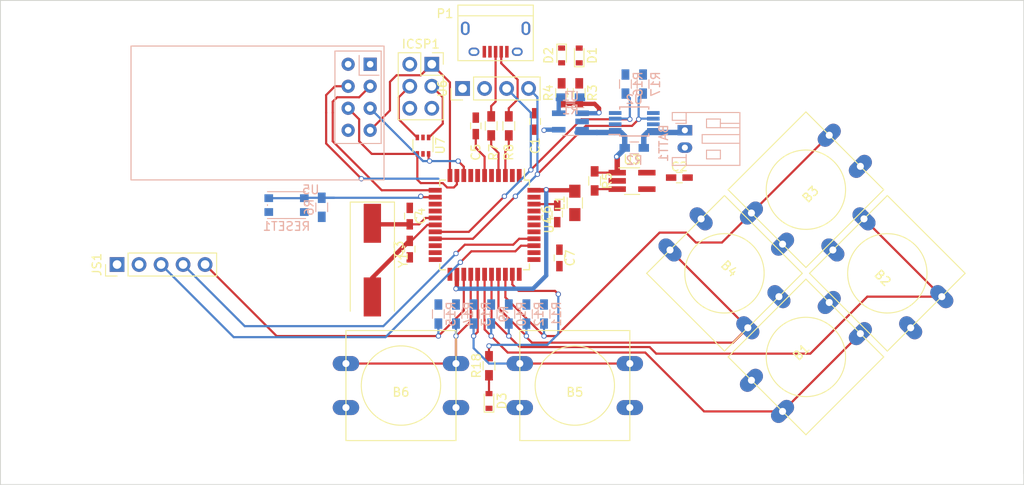
<source format=kicad_pcb>
(kicad_pcb (version 4) (host pcbnew 4.0.5)

  (general
    (links 135)
    (no_connects 75)
    (area 34.239999 137.109999 152.450001 193.090001)
    (thickness 1.6)
    (drawings 5)
    (tracks 259)
    (zones 0)
    (modules 48)
    (nets 56)
  )

  (page A4)
  (layers
    (0 F.Cu signal)
    (31 B.Cu signal)
    (32 B.Adhes user)
    (33 F.Adhes user)
    (34 B.Paste user)
    (35 F.Paste user)
    (36 B.SilkS user)
    (37 F.SilkS user)
    (38 B.Mask user)
    (39 F.Mask user)
    (40 Dwgs.User user)
    (41 Cmts.User user)
    (42 Eco1.User user)
    (43 Eco2.User user)
    (44 Edge.Cuts user)
    (45 Margin user)
    (46 B.CrtYd user)
    (47 F.CrtYd user)
    (48 B.Fab user)
    (49 F.Fab user)
  )

  (setup
    (last_trace_width 0.25)
    (user_trace_width 0.25)
    (user_trace_width 0.375)
    (user_trace_width 0.5)
    (user_trace_width 0.625)
    (user_trace_width 0.75)
    (user_trace_width 1)
    (trace_clearance 0.2)
    (zone_clearance 0.508)
    (zone_45_only no)
    (trace_min 0.2)
    (segment_width 0.2)
    (edge_width 0.1)
    (via_size 0.6)
    (via_drill 0.4)
    (via_min_size 0.4)
    (via_min_drill 0.3)
    (uvia_size 0.3)
    (uvia_drill 0.1)
    (uvias_allowed no)
    (uvia_min_size 0.2)
    (uvia_min_drill 0.1)
    (pcb_text_width 0.3)
    (pcb_text_size 1.5 1.5)
    (mod_edge_width 0.15)
    (mod_text_size 1 1)
    (mod_text_width 0.15)
    (pad_size 1.5 1.5)
    (pad_drill 0.6)
    (pad_to_mask_clearance 0)
    (aux_axis_origin 0 0)
    (visible_elements 7FFFFFFF)
    (pcbplotparams
      (layerselection 0x00030_80000001)
      (usegerberextensions false)
      (excludeedgelayer true)
      (linewidth 0.100000)
      (plotframeref false)
      (viasonmask false)
      (mode 1)
      (useauxorigin false)
      (hpglpennumber 1)
      (hpglpenspeed 20)
      (hpglpendiameter 15)
      (hpglpenoverlay 2)
      (psnegative false)
      (psa4output false)
      (plotreference true)
      (plotvalue true)
      (plotinvisibletext false)
      (padsonsilk false)
      (subtractmaskfromsilk false)
      (outputformat 1)
      (mirror false)
      (drillshape 1)
      (scaleselection 1)
      (outputdirectory ""))
  )

  (net 0 "")
  (net 1 GND)
  (net 2 /BUTTON_A)
  (net 3 /BUTTON_B)
  (net 4 /BUTTON_X)
  (net 5 /BUTTON_Y)
  (net 6 /BUTTON_START)
  (net 7 /BUTTON_SELECT)
  (net 8 +5V)
  (net 9 +3V3)
  (net 10 "Net-(C3-Pad2)")
  (net 11 "Net-(C4-Pad2)")
  (net 12 "Net-(C5-Pad2)")
  (net 13 "Net-(C6-Pad2)")
  (net 14 "Net-(D1-Pad1)")
  (net 15 "Net-(D2-Pad2)")
  (net 16 "Net-(D3-Pad2)")
  (net 17 "Net-(BATT1-Pad1)")
  (net 18 /MISO)
  (net 19 /SCK_H)
  (net 20 /MOSI_H)
  (net 21 /RESET)
  (net 22 /JOY_X)
  (net 23 /JOY_Y)
  (net 24 /JOY_BUTTON)
  (net 25 "Net-(L1-Pad2)")
  (net 26 /D-)
  (net 27 /D+)
  (net 28 "Net-(P1-Pad4)")
  (net 29 "Net-(P1-Pad6)")
  (net 30 "Net-(R1-Pad1)")
  (net 31 +BATT)
  (net 32 "Net-(R3-Pad1)")
  (net 33 "Net-(R5-Pad2)")
  (net 34 "Net-(R6-Pad1)")
  (net 35 "Net-(R7-Pad2)")
  (net 36 "Net-(R8-Pad2)")
  (net 37 /SCL)
  (net 38 /SDA)
  (net 39 /DEBUG_LED)
  (net 40 "Net-(U2-Pad4)")
  (net 41 "Net-(U2-Pad5)")
  (net 42 "Net-(U3-Pad4)")
  (net 43 "Net-(U4-Pad8)")
  (net 44 /SCLK)
  (net 45 /MOSI)
  (net 46 "Net-(U4-Pad20)")
  (net 47 "Net-(U4-Pad21)")
  (net 48 "Net-(U4-Pad22)")
  (net 49 /NRF_CSN)
  (net 50 /NRF_CE)
  (net 51 "Net-(U4-Pad38)")
  (net 52 "Net-(U4-Pad39)")
  (net 53 "Net-(U5-Pad8)")
  (net 54 "Net-(U4-Pad40)")
  (net 55 "Net-(U4-Pad41)")

  (net_class Default "This is the default net class."
    (clearance 0.2)
    (trace_width 0.25)
    (via_dia 0.6)
    (via_drill 0.4)
    (uvia_dia 0.3)
    (uvia_drill 0.1)
    (add_net +3V3)
    (add_net +5V)
    (add_net +BATT)
    (add_net /BUTTON_A)
    (add_net /BUTTON_B)
    (add_net /BUTTON_SELECT)
    (add_net /BUTTON_START)
    (add_net /BUTTON_X)
    (add_net /BUTTON_Y)
    (add_net /D+)
    (add_net /D-)
    (add_net /DEBUG_LED)
    (add_net /JOY_BUTTON)
    (add_net /JOY_X)
    (add_net /JOY_Y)
    (add_net /MISO)
    (add_net /MOSI)
    (add_net /MOSI_H)
    (add_net /NRF_CE)
    (add_net /NRF_CSN)
    (add_net /RESET)
    (add_net /SCK_H)
    (add_net /SCL)
    (add_net /SCLK)
    (add_net /SDA)
    (add_net GND)
    (add_net "Net-(BATT1-Pad1)")
    (add_net "Net-(C3-Pad2)")
    (add_net "Net-(C4-Pad2)")
    (add_net "Net-(C5-Pad2)")
    (add_net "Net-(C6-Pad2)")
    (add_net "Net-(D1-Pad1)")
    (add_net "Net-(D2-Pad2)")
    (add_net "Net-(D3-Pad2)")
    (add_net "Net-(L1-Pad2)")
    (add_net "Net-(P1-Pad4)")
    (add_net "Net-(P1-Pad6)")
    (add_net "Net-(R1-Pad1)")
    (add_net "Net-(R3-Pad1)")
    (add_net "Net-(R5-Pad2)")
    (add_net "Net-(R6-Pad1)")
    (add_net "Net-(R7-Pad2)")
    (add_net "Net-(R8-Pad2)")
    (add_net "Net-(U2-Pad4)")
    (add_net "Net-(U2-Pad5)")
    (add_net "Net-(U3-Pad4)")
    (add_net "Net-(U4-Pad20)")
    (add_net "Net-(U4-Pad21)")
    (add_net "Net-(U4-Pad22)")
    (add_net "Net-(U4-Pad38)")
    (add_net "Net-(U4-Pad39)")
    (add_net "Net-(U4-Pad40)")
    (add_net "Net-(U4-Pad41)")
    (add_net "Net-(U4-Pad8)")
    (add_net "Net-(U5-Pad8)")
  )

  (module Buttons_Switches_ThroughHole:SW_PUSH-12mm (layer F.Cu) (tedit 53FD9538) (tstamp 58BB84FD)
    (at 117.856 168.656 315)
    (path /58BBF2D7)
    (fp_text reference B4 (at 0 -0.762 315) (layer F.SilkS)
      (effects (font (size 1 1) (thickness 0.15)))
    )
    (fp_text value B3F-4000 (at 0 1.016 315) (layer F.Fab)
      (effects (font (size 1 1) (thickness 0.15)))
    )
    (fp_circle (center 0 0) (end 3.81 2.54) (layer F.SilkS) (width 0.12))
    (fp_line (start -6.35 -6.35) (end 6.35 -6.35) (layer F.SilkS) (width 0.12))
    (fp_line (start 6.35 -6.35) (end 6.35 6.35) (layer F.SilkS) (width 0.12))
    (fp_line (start 6.35 6.35) (end -6.35 6.35) (layer F.SilkS) (width 0.12))
    (fp_line (start -6.35 6.35) (end -6.35 -6.35) (layer F.SilkS) (width 0.12))
    (pad 1 thru_hole oval (at 6.35 -2.54 315) (size 3.048 1.7272) (drill 0.8128) (layers *.Cu *.Mask)
      (net 1 GND))
    (pad 2 thru_hole oval (at 6.35 2.54 315) (size 3.048 1.7272) (drill 0.8128) (layers *.Cu *.Mask)
      (net 5 /BUTTON_Y))
    (pad 1 thru_hole oval (at -6.35 -2.54 315) (size 3.048 1.7272) (drill 0.8128) (layers *.Cu *.Mask)
      (net 1 GND))
    (pad 2 thru_hole oval (at -6.35 2.54 315) (size 3.048 1.7272) (drill 0.8128) (layers *.Cu *.Mask)
      (net 5 /BUTTON_Y))
    (model Buttons_Switches_THT.3dshapes/SW_PUSH-12mm.wrl
      (at (xyz 0 0 0))
      (scale (xyz 4 4 4))
      (rotate (xyz 0 0 0))
    )
  )

  (module Buttons_Switches_ThroughHole:SW_PUSH-12mm (layer F.Cu) (tedit 53FD9538) (tstamp 58BB84D6)
    (at 127.254 178.308 45)
    (path /58BBE32F)
    (fp_text reference B1 (at 0 -0.762 45) (layer F.SilkS)
      (effects (font (size 1 1) (thickness 0.15)))
    )
    (fp_text value B3F-4000 (at 0 1.016 45) (layer F.Fab)
      (effects (font (size 1 1) (thickness 0.15)))
    )
    (fp_circle (center 0 0) (end 3.81 2.54) (layer F.SilkS) (width 0.12))
    (fp_line (start -6.35 -6.35) (end 6.35 -6.35) (layer F.SilkS) (width 0.12))
    (fp_line (start 6.35 -6.35) (end 6.35 6.35) (layer F.SilkS) (width 0.12))
    (fp_line (start 6.35 6.35) (end -6.35 6.35) (layer F.SilkS) (width 0.12))
    (fp_line (start -6.35 6.35) (end -6.35 -6.35) (layer F.SilkS) (width 0.12))
    (pad 1 thru_hole oval (at 6.35 -2.54 45) (size 3.048 1.7272) (drill 0.8128) (layers *.Cu *.Mask)
      (net 1 GND))
    (pad 2 thru_hole oval (at 6.35 2.54 45) (size 3.048 1.7272) (drill 0.8128) (layers *.Cu *.Mask)
      (net 2 /BUTTON_A))
    (pad 1 thru_hole oval (at -6.35 -2.54 45) (size 3.048 1.7272) (drill 0.8128) (layers *.Cu *.Mask)
      (net 1 GND))
    (pad 2 thru_hole oval (at -6.35 2.54 45) (size 3.048 1.7272) (drill 0.8128) (layers *.Cu *.Mask)
      (net 2 /BUTTON_A))
    (model Buttons_Switches_THT.3dshapes/SW_PUSH-12mm.wrl
      (at (xyz 0 0 0))
      (scale (xyz 4 4 4))
      (rotate (xyz 0 0 0))
    )
  )

  (module Resistors_SMD:R_0603_HandSoldering (layer F.Cu) (tedit 58BBBC3A) (tstamp 58BB9002)
    (at 92.964 151.638 270)
    (descr "Resistor SMD 0603, hand soldering")
    (tags "resistor 0603")
    (path /58BAC7EB)
    (attr smd)
    (fp_text reference R8 (at 3.048 0 270) (layer F.SilkS)
      (effects (font (size 1 1) (thickness 0.15)))
    )
    (fp_text value 22 (at 0 0 270) (layer F.Fab)
      (effects (font (size 1 1) (thickness 0.15)))
    )
    (fp_text user %R (at 3.048 0 270) (layer F.Fab)
      (effects (font (size 1 1) (thickness 0.15)))
    )
    (fp_line (start -0.8 0.4) (end -0.8 -0.4) (layer F.Fab) (width 0.1))
    (fp_line (start 0.8 0.4) (end -0.8 0.4) (layer F.Fab) (width 0.1))
    (fp_line (start 0.8 -0.4) (end 0.8 0.4) (layer F.Fab) (width 0.1))
    (fp_line (start -0.8 -0.4) (end 0.8 -0.4) (layer F.Fab) (width 0.1))
    (fp_line (start 0.5 0.68) (end -0.5 0.68) (layer F.SilkS) (width 0.12))
    (fp_line (start -0.5 -0.68) (end 0.5 -0.68) (layer F.SilkS) (width 0.12))
    (fp_line (start -1.96 -0.7) (end 1.95 -0.7) (layer F.CrtYd) (width 0.05))
    (fp_line (start -1.96 -0.7) (end -1.96 0.7) (layer F.CrtYd) (width 0.05))
    (fp_line (start 1.95 0.7) (end 1.95 -0.7) (layer F.CrtYd) (width 0.05))
    (fp_line (start 1.95 0.7) (end -1.96 0.7) (layer F.CrtYd) (width 0.05))
    (pad 1 smd rect (at -1.1 0 270) (size 1.2 0.9) (layers F.Cu F.Paste F.Mask)
      (net 26 /D-))
    (pad 2 smd rect (at 1.1 0 270) (size 1.2 0.9) (layers F.Cu F.Paste F.Mask)
      (net 36 "Net-(R8-Pad2)"))
    (model Resistors_SMD.3dshapes/R_0603.wrl
      (at (xyz 0 0 0))
      (scale (xyz 1 1 1))
      (rotate (xyz 0 0 0))
    )
  )

  (module Buttons_Switches_ThroughHole:SW_PUSH-12mm (layer F.Cu) (tedit 53FD9538) (tstamp 58BB84E3)
    (at 136.652 168.656 135)
    (path /58BBF141)
    (fp_text reference B2 (at 0 -0.762 135) (layer F.SilkS)
      (effects (font (size 1 1) (thickness 0.15)))
    )
    (fp_text value B3F-4000 (at 0 1.016 135) (layer F.Fab)
      (effects (font (size 1 1) (thickness 0.15)))
    )
    (fp_circle (center 0 0) (end 3.81 2.54) (layer F.SilkS) (width 0.12))
    (fp_line (start -6.35 -6.35) (end 6.35 -6.35) (layer F.SilkS) (width 0.12))
    (fp_line (start 6.35 -6.35) (end 6.35 6.35) (layer F.SilkS) (width 0.12))
    (fp_line (start 6.35 6.35) (end -6.35 6.35) (layer F.SilkS) (width 0.12))
    (fp_line (start -6.35 6.35) (end -6.35 -6.35) (layer F.SilkS) (width 0.12))
    (pad 1 thru_hole oval (at 6.35 -2.54 135) (size 3.048 1.7272) (drill 0.8128) (layers *.Cu *.Mask)
      (net 1 GND))
    (pad 2 thru_hole oval (at 6.35 2.54 135) (size 3.048 1.7272) (drill 0.8128) (layers *.Cu *.Mask)
      (net 3 /BUTTON_B))
    (pad 1 thru_hole oval (at -6.35 -2.54 135) (size 3.048 1.7272) (drill 0.8128) (layers *.Cu *.Mask)
      (net 1 GND))
    (pad 2 thru_hole oval (at -6.35 2.54 135) (size 3.048 1.7272) (drill 0.8128) (layers *.Cu *.Mask)
      (net 3 /BUTTON_B))
    (model Buttons_Switches_THT.3dshapes/SW_PUSH-12mm.wrl
      (at (xyz 0 0 0))
      (scale (xyz 4 4 4))
      (rotate (xyz 0 0 0))
    )
  )

  (module Buttons_Switches_ThroughHole:SW_PUSH-12mm (layer F.Cu) (tedit 53FD9538) (tstamp 58BB84F0)
    (at 127.254 159.004 225)
    (path /58BBF26F)
    (fp_text reference B3 (at 0 -0.762 225) (layer F.SilkS)
      (effects (font (size 1 1) (thickness 0.15)))
    )
    (fp_text value B3F-4000 (at 0 1.016 225) (layer F.Fab)
      (effects (font (size 1 1) (thickness 0.15)))
    )
    (fp_circle (center 0 0) (end 3.81 2.54) (layer F.SilkS) (width 0.12))
    (fp_line (start -6.35 -6.35) (end 6.35 -6.35) (layer F.SilkS) (width 0.12))
    (fp_line (start 6.35 -6.35) (end 6.35 6.35) (layer F.SilkS) (width 0.12))
    (fp_line (start 6.35 6.35) (end -6.35 6.35) (layer F.SilkS) (width 0.12))
    (fp_line (start -6.35 6.35) (end -6.35 -6.35) (layer F.SilkS) (width 0.12))
    (pad 1 thru_hole oval (at 6.35 -2.54 225) (size 3.048 1.7272) (drill 0.8128) (layers *.Cu *.Mask)
      (net 1 GND))
    (pad 2 thru_hole oval (at 6.35 2.54 225) (size 3.048 1.7272) (drill 0.8128) (layers *.Cu *.Mask)
      (net 4 /BUTTON_X))
    (pad 1 thru_hole oval (at -6.35 -2.54 225) (size 3.048 1.7272) (drill 0.8128) (layers *.Cu *.Mask)
      (net 1 GND))
    (pad 2 thru_hole oval (at -6.35 2.54 225) (size 3.048 1.7272) (drill 0.8128) (layers *.Cu *.Mask)
      (net 4 /BUTTON_X))
    (model Buttons_Switches_THT.3dshapes/SW_PUSH-12mm.wrl
      (at (xyz 0 0 0))
      (scale (xyz 4 4 4))
      (rotate (xyz 0 0 0))
    )
  )

  (module Buttons_Switches_ThroughHole:SW_PUSH-12mm (layer F.Cu) (tedit 53FD9538) (tstamp 58BB850A)
    (at 100.584 181.61 180)
    (path /58BBF335)
    (fp_text reference B5 (at 0 -0.762 180) (layer F.SilkS)
      (effects (font (size 1 1) (thickness 0.15)))
    )
    (fp_text value B3F-4000 (at 0 1.016 180) (layer F.Fab)
      (effects (font (size 1 1) (thickness 0.15)))
    )
    (fp_circle (center 0 0) (end 3.81 2.54) (layer F.SilkS) (width 0.12))
    (fp_line (start -6.35 -6.35) (end 6.35 -6.35) (layer F.SilkS) (width 0.12))
    (fp_line (start 6.35 -6.35) (end 6.35 6.35) (layer F.SilkS) (width 0.12))
    (fp_line (start 6.35 6.35) (end -6.35 6.35) (layer F.SilkS) (width 0.12))
    (fp_line (start -6.35 6.35) (end -6.35 -6.35) (layer F.SilkS) (width 0.12))
    (pad 1 thru_hole oval (at 6.35 -2.54 180) (size 3.048 1.7272) (drill 0.8128) (layers *.Cu *.Mask)
      (net 1 GND))
    (pad 2 thru_hole oval (at 6.35 2.54 180) (size 3.048 1.7272) (drill 0.8128) (layers *.Cu *.Mask)
      (net 6 /BUTTON_START))
    (pad 1 thru_hole oval (at -6.35 -2.54 180) (size 3.048 1.7272) (drill 0.8128) (layers *.Cu *.Mask)
      (net 1 GND))
    (pad 2 thru_hole oval (at -6.35 2.54 180) (size 3.048 1.7272) (drill 0.8128) (layers *.Cu *.Mask)
      (net 6 /BUTTON_START))
    (model Buttons_Switches_THT.3dshapes/SW_PUSH-12mm.wrl
      (at (xyz 0 0 0))
      (scale (xyz 4 4 4))
      (rotate (xyz 0 0 0))
    )
  )

  (module Buttons_Switches_ThroughHole:SW_PUSH-12mm (layer F.Cu) (tedit 53FD9538) (tstamp 58BB8517)
    (at 80.518 181.61 180)
    (path /58BBF3A5)
    (fp_text reference B6 (at 0 -0.762 180) (layer F.SilkS)
      (effects (font (size 1 1) (thickness 0.15)))
    )
    (fp_text value B3F-4000 (at 0 1.016 180) (layer F.Fab)
      (effects (font (size 1 1) (thickness 0.15)))
    )
    (fp_circle (center 0 0) (end 3.81 2.54) (layer F.SilkS) (width 0.12))
    (fp_line (start -6.35 -6.35) (end 6.35 -6.35) (layer F.SilkS) (width 0.12))
    (fp_line (start 6.35 -6.35) (end 6.35 6.35) (layer F.SilkS) (width 0.12))
    (fp_line (start 6.35 6.35) (end -6.35 6.35) (layer F.SilkS) (width 0.12))
    (fp_line (start -6.35 6.35) (end -6.35 -6.35) (layer F.SilkS) (width 0.12))
    (pad 1 thru_hole oval (at 6.35 -2.54 180) (size 3.048 1.7272) (drill 0.8128) (layers *.Cu *.Mask)
      (net 1 GND))
    (pad 2 thru_hole oval (at 6.35 2.54 180) (size 3.048 1.7272) (drill 0.8128) (layers *.Cu *.Mask)
      (net 7 /BUTTON_SELECT))
    (pad 1 thru_hole oval (at -6.35 -2.54 180) (size 3.048 1.7272) (drill 0.8128) (layers *.Cu *.Mask)
      (net 1 GND))
    (pad 2 thru_hole oval (at -6.35 2.54 180) (size 3.048 1.7272) (drill 0.8128) (layers *.Cu *.Mask)
      (net 7 /BUTTON_SELECT))
    (model Buttons_Switches_THT.3dshapes/SW_PUSH-12mm.wrl
      (at (xyz 0 0 0))
      (scale (xyz 4 4 4))
      (rotate (xyz 0 0 0))
    )
  )

  (module Capacitors_SMD:C_0603_HandSoldering (layer F.Cu) (tedit 58BBBC46) (tstamp 58BB8528)
    (at 96.012 151.13 90)
    (descr "Capacitor SMD 0603, hand soldering")
    (tags "capacitor 0603")
    (path /58B930AA)
    (attr smd)
    (fp_text reference C1 (at -2.794 0 90) (layer F.SilkS)
      (effects (font (size 1 1) (thickness 0.15)))
    )
    (fp_text value 10nF (at 0 0 90) (layer F.Fab)
      (effects (font (size 1 1) (thickness 0.15)))
    )
    (fp_text user %R (at -2.794 0 90) (layer F.Fab)
      (effects (font (size 1 1) (thickness 0.15)))
    )
    (fp_line (start -0.8 0.4) (end -0.8 -0.4) (layer F.Fab) (width 0.1))
    (fp_line (start 0.8 0.4) (end -0.8 0.4) (layer F.Fab) (width 0.1))
    (fp_line (start 0.8 -0.4) (end 0.8 0.4) (layer F.Fab) (width 0.1))
    (fp_line (start -0.8 -0.4) (end 0.8 -0.4) (layer F.Fab) (width 0.1))
    (fp_line (start -0.35 -0.6) (end 0.35 -0.6) (layer F.SilkS) (width 0.12))
    (fp_line (start 0.35 0.6) (end -0.35 0.6) (layer F.SilkS) (width 0.12))
    (fp_line (start -1.8 -0.65) (end 1.8 -0.65) (layer F.CrtYd) (width 0.05))
    (fp_line (start -1.8 -0.65) (end -1.8 0.65) (layer F.CrtYd) (width 0.05))
    (fp_line (start 1.8 0.65) (end 1.8 -0.65) (layer F.CrtYd) (width 0.05))
    (fp_line (start 1.8 0.65) (end -1.8 0.65) (layer F.CrtYd) (width 0.05))
    (pad 1 smd rect (at -0.95 0 90) (size 1.2 0.75) (layers F.Cu F.Paste F.Mask)
      (net 8 +5V))
    (pad 2 smd rect (at 0.95 0 90) (size 1.2 0.75) (layers F.Cu F.Paste F.Mask)
      (net 1 GND))
    (model Capacitors_SMD.3dshapes/C_0603.wrl
      (at (xyz 0 0 0))
      (scale (xyz 1 1 1))
      (rotate (xyz 0 0 0))
    )
  )

  (module Capacitors_SMD:C_0603_HandSoldering (layer F.Cu) (tedit 58AA848B) (tstamp 58BB8539)
    (at 112.649 157.607)
    (descr "Capacitor SMD 0603, hand soldering")
    (tags "capacitor 0603")
    (path /58B9313B)
    (attr smd)
    (fp_text reference C2 (at 0 -1.25) (layer F.SilkS)
      (effects (font (size 1 1) (thickness 0.15)))
    )
    (fp_text value 10nF (at 0 1.5) (layer F.Fab)
      (effects (font (size 1 1) (thickness 0.15)))
    )
    (fp_text user %R (at 0 -1.25) (layer F.Fab)
      (effects (font (size 1 1) (thickness 0.15)))
    )
    (fp_line (start -0.8 0.4) (end -0.8 -0.4) (layer F.Fab) (width 0.1))
    (fp_line (start 0.8 0.4) (end -0.8 0.4) (layer F.Fab) (width 0.1))
    (fp_line (start 0.8 -0.4) (end 0.8 0.4) (layer F.Fab) (width 0.1))
    (fp_line (start -0.8 -0.4) (end 0.8 -0.4) (layer F.Fab) (width 0.1))
    (fp_line (start -0.35 -0.6) (end 0.35 -0.6) (layer F.SilkS) (width 0.12))
    (fp_line (start 0.35 0.6) (end -0.35 0.6) (layer F.SilkS) (width 0.12))
    (fp_line (start -1.8 -0.65) (end 1.8 -0.65) (layer F.CrtYd) (width 0.05))
    (fp_line (start -1.8 -0.65) (end -1.8 0.65) (layer F.CrtYd) (width 0.05))
    (fp_line (start 1.8 0.65) (end 1.8 -0.65) (layer F.CrtYd) (width 0.05))
    (fp_line (start 1.8 0.65) (end -1.8 0.65) (layer F.CrtYd) (width 0.05))
    (pad 1 smd rect (at -0.95 0) (size 1.2 0.75) (layers F.Cu F.Paste F.Mask)
      (net 9 +3V3))
    (pad 2 smd rect (at 0.95 0) (size 1.2 0.75) (layers F.Cu F.Paste F.Mask)
      (net 1 GND))
    (model Capacitors_SMD.3dshapes/C_0603.wrl
      (at (xyz 0 0 0))
      (scale (xyz 1 1 1))
      (rotate (xyz 0 0 0))
    )
  )

  (module Capacitors_SMD:C_0603_HandSoldering (layer F.Cu) (tedit 58BBB1E1) (tstamp 58BB854A)
    (at 81.534 165.862 90)
    (descr "Capacitor SMD 0603, hand soldering")
    (tags "capacitor 0603")
    (path /58BA7712)
    (attr smd)
    (fp_text reference C3 (at 0 -1.25 90) (layer F.SilkS)
      (effects (font (size 1 1) (thickness 0.15)))
    )
    (fp_text value 25pF (at 0 -1.524 90) (layer F.Fab)
      (effects (font (size 1 1) (thickness 0.15)))
    )
    (fp_text user %R (at 0 -1.25 90) (layer F.Fab)
      (effects (font (size 1 1) (thickness 0.15)))
    )
    (fp_line (start -0.8 0.4) (end -0.8 -0.4) (layer F.Fab) (width 0.1))
    (fp_line (start 0.8 0.4) (end -0.8 0.4) (layer F.Fab) (width 0.1))
    (fp_line (start 0.8 -0.4) (end 0.8 0.4) (layer F.Fab) (width 0.1))
    (fp_line (start -0.8 -0.4) (end 0.8 -0.4) (layer F.Fab) (width 0.1))
    (fp_line (start -0.35 -0.6) (end 0.35 -0.6) (layer F.SilkS) (width 0.12))
    (fp_line (start 0.35 0.6) (end -0.35 0.6) (layer F.SilkS) (width 0.12))
    (fp_line (start -1.8 -0.65) (end 1.8 -0.65) (layer F.CrtYd) (width 0.05))
    (fp_line (start -1.8 -0.65) (end -1.8 0.65) (layer F.CrtYd) (width 0.05))
    (fp_line (start 1.8 0.65) (end 1.8 -0.65) (layer F.CrtYd) (width 0.05))
    (fp_line (start 1.8 0.65) (end -1.8 0.65) (layer F.CrtYd) (width 0.05))
    (pad 1 smd rect (at -0.95 0 90) (size 1.2 0.75) (layers F.Cu F.Paste F.Mask)
      (net 1 GND))
    (pad 2 smd rect (at 0.95 0 90) (size 1.2 0.75) (layers F.Cu F.Paste F.Mask)
      (net 10 "Net-(C3-Pad2)"))
    (model Capacitors_SMD.3dshapes/C_0603.wrl
      (at (xyz 0 0 0))
      (scale (xyz 1 1 1))
      (rotate (xyz 0 0 0))
    )
  )

  (module Capacitors_SMD:C_0603_HandSoldering (layer F.Cu) (tedit 58AA848B) (tstamp 58BB855B)
    (at 81.534 162.052 270)
    (descr "Capacitor SMD 0603, hand soldering")
    (tags "capacitor 0603")
    (path /58BA7718)
    (attr smd)
    (fp_text reference C4 (at 0 -1.25 270) (layer F.SilkS)
      (effects (font (size 1 1) (thickness 0.15)))
    )
    (fp_text value 25pF (at 0 1.5 270) (layer F.Fab)
      (effects (font (size 1 1) (thickness 0.15)))
    )
    (fp_text user %R (at 0 -1.25 270) (layer F.Fab)
      (effects (font (size 1 1) (thickness 0.15)))
    )
    (fp_line (start -0.8 0.4) (end -0.8 -0.4) (layer F.Fab) (width 0.1))
    (fp_line (start 0.8 0.4) (end -0.8 0.4) (layer F.Fab) (width 0.1))
    (fp_line (start 0.8 -0.4) (end 0.8 0.4) (layer F.Fab) (width 0.1))
    (fp_line (start -0.8 -0.4) (end 0.8 -0.4) (layer F.Fab) (width 0.1))
    (fp_line (start -0.35 -0.6) (end 0.35 -0.6) (layer F.SilkS) (width 0.12))
    (fp_line (start 0.35 0.6) (end -0.35 0.6) (layer F.SilkS) (width 0.12))
    (fp_line (start -1.8 -0.65) (end 1.8 -0.65) (layer F.CrtYd) (width 0.05))
    (fp_line (start -1.8 -0.65) (end -1.8 0.65) (layer F.CrtYd) (width 0.05))
    (fp_line (start 1.8 0.65) (end 1.8 -0.65) (layer F.CrtYd) (width 0.05))
    (fp_line (start 1.8 0.65) (end -1.8 0.65) (layer F.CrtYd) (width 0.05))
    (pad 1 smd rect (at -0.95 0 270) (size 1.2 0.75) (layers F.Cu F.Paste F.Mask)
      (net 1 GND))
    (pad 2 smd rect (at 0.95 0 270) (size 1.2 0.75) (layers F.Cu F.Paste F.Mask)
      (net 11 "Net-(C4-Pad2)"))
    (model Capacitors_SMD.3dshapes/C_0603.wrl
      (at (xyz 0 0 0))
      (scale (xyz 1 1 1))
      (rotate (xyz 0 0 0))
    )
  )

  (module Capacitors_SMD:C_0603_HandSoldering (layer F.Cu) (tedit 58BBBC3E) (tstamp 58BB856C)
    (at 89.154 151.638 270)
    (descr "Capacitor SMD 0603, hand soldering")
    (tags "capacitor 0603")
    (path /58BAAC1A)
    (attr smd)
    (fp_text reference C5 (at 3.048 0 270) (layer F.SilkS)
      (effects (font (size 1 1) (thickness 0.15)))
    )
    (fp_text value 1uF (at 0 0 270) (layer F.Fab)
      (effects (font (size 1 1) (thickness 0.15)))
    )
    (fp_text user %R (at 3.048 0 270) (layer F.Fab)
      (effects (font (size 1 1) (thickness 0.15)))
    )
    (fp_line (start -0.8 0.4) (end -0.8 -0.4) (layer F.Fab) (width 0.1))
    (fp_line (start 0.8 0.4) (end -0.8 0.4) (layer F.Fab) (width 0.1))
    (fp_line (start 0.8 -0.4) (end 0.8 0.4) (layer F.Fab) (width 0.1))
    (fp_line (start -0.8 -0.4) (end 0.8 -0.4) (layer F.Fab) (width 0.1))
    (fp_line (start -0.35 -0.6) (end 0.35 -0.6) (layer F.SilkS) (width 0.12))
    (fp_line (start 0.35 0.6) (end -0.35 0.6) (layer F.SilkS) (width 0.12))
    (fp_line (start -1.8 -0.65) (end 1.8 -0.65) (layer F.CrtYd) (width 0.05))
    (fp_line (start -1.8 -0.65) (end -1.8 0.65) (layer F.CrtYd) (width 0.05))
    (fp_line (start 1.8 0.65) (end 1.8 -0.65) (layer F.CrtYd) (width 0.05))
    (fp_line (start 1.8 0.65) (end -1.8 0.65) (layer F.CrtYd) (width 0.05))
    (pad 1 smd rect (at -0.95 0 270) (size 1.2 0.75) (layers F.Cu F.Paste F.Mask)
      (net 1 GND))
    (pad 2 smd rect (at 0.95 0 270) (size 1.2 0.75) (layers F.Cu F.Paste F.Mask)
      (net 12 "Net-(C5-Pad2)"))
    (model Capacitors_SMD.3dshapes/C_0603.wrl
      (at (xyz 0 0 0))
      (scale (xyz 1 1 1))
      (rotate (xyz 0 0 0))
    )
  )

  (module Capacitors_SMD:C_0603_HandSoldering (layer F.Cu) (tedit 58AA848B) (tstamp 58BB857D)
    (at 98.552 161.798 90)
    (descr "Capacitor SMD 0603, hand soldering")
    (tags "capacitor 0603")
    (path /58BB9E83)
    (attr smd)
    (fp_text reference C6 (at 0 -1.25 90) (layer F.SilkS)
      (effects (font (size 1 1) (thickness 0.15)))
    )
    (fp_text value 0.1uF (at 0 1.5 90) (layer F.Fab)
      (effects (font (size 1 1) (thickness 0.15)))
    )
    (fp_text user %R (at 0 -1.25 90) (layer F.Fab)
      (effects (font (size 1 1) (thickness 0.15)))
    )
    (fp_line (start -0.8 0.4) (end -0.8 -0.4) (layer F.Fab) (width 0.1))
    (fp_line (start 0.8 0.4) (end -0.8 0.4) (layer F.Fab) (width 0.1))
    (fp_line (start 0.8 -0.4) (end 0.8 0.4) (layer F.Fab) (width 0.1))
    (fp_line (start -0.8 -0.4) (end 0.8 -0.4) (layer F.Fab) (width 0.1))
    (fp_line (start -0.35 -0.6) (end 0.35 -0.6) (layer F.SilkS) (width 0.12))
    (fp_line (start 0.35 0.6) (end -0.35 0.6) (layer F.SilkS) (width 0.12))
    (fp_line (start -1.8 -0.65) (end 1.8 -0.65) (layer F.CrtYd) (width 0.05))
    (fp_line (start -1.8 -0.65) (end -1.8 0.65) (layer F.CrtYd) (width 0.05))
    (fp_line (start 1.8 0.65) (end 1.8 -0.65) (layer F.CrtYd) (width 0.05))
    (fp_line (start 1.8 0.65) (end -1.8 0.65) (layer F.CrtYd) (width 0.05))
    (pad 1 smd rect (at -0.95 0 90) (size 1.2 0.75) (layers F.Cu F.Paste F.Mask)
      (net 1 GND))
    (pad 2 smd rect (at 0.95 0 90) (size 1.2 0.75) (layers F.Cu F.Paste F.Mask)
      (net 13 "Net-(C6-Pad2)"))
    (model Capacitors_SMD.3dshapes/C_0603.wrl
      (at (xyz 0 0 0))
      (scale (xyz 1 1 1))
      (rotate (xyz 0 0 0))
    )
  )

  (module Capacitors_SMD:C_0603_HandSoldering (layer F.Cu) (tedit 58AA848B) (tstamp 58BB858E)
    (at 98.806 166.878 270)
    (descr "Capacitor SMD 0603, hand soldering")
    (tags "capacitor 0603")
    (path /58BFF6A5)
    (attr smd)
    (fp_text reference C7 (at 0 -1.25 270) (layer F.SilkS)
      (effects (font (size 1 1) (thickness 0.15)))
    )
    (fp_text value 1uF (at 0 1.5 270) (layer F.Fab)
      (effects (font (size 1 1) (thickness 0.15)))
    )
    (fp_text user %R (at 0 -1.25 270) (layer F.Fab)
      (effects (font (size 1 1) (thickness 0.15)))
    )
    (fp_line (start -0.8 0.4) (end -0.8 -0.4) (layer F.Fab) (width 0.1))
    (fp_line (start 0.8 0.4) (end -0.8 0.4) (layer F.Fab) (width 0.1))
    (fp_line (start 0.8 -0.4) (end 0.8 0.4) (layer F.Fab) (width 0.1))
    (fp_line (start -0.8 -0.4) (end 0.8 -0.4) (layer F.Fab) (width 0.1))
    (fp_line (start -0.35 -0.6) (end 0.35 -0.6) (layer F.SilkS) (width 0.12))
    (fp_line (start 0.35 0.6) (end -0.35 0.6) (layer F.SilkS) (width 0.12))
    (fp_line (start -1.8 -0.65) (end 1.8 -0.65) (layer F.CrtYd) (width 0.05))
    (fp_line (start -1.8 -0.65) (end -1.8 0.65) (layer F.CrtYd) (width 0.05))
    (fp_line (start 1.8 0.65) (end 1.8 -0.65) (layer F.CrtYd) (width 0.05))
    (fp_line (start 1.8 0.65) (end -1.8 0.65) (layer F.CrtYd) (width 0.05))
    (pad 1 smd rect (at -0.95 0 270) (size 1.2 0.75) (layers F.Cu F.Paste F.Mask)
      (net 1 GND))
    (pad 2 smd rect (at 0.95 0 270) (size 1.2 0.75) (layers F.Cu F.Paste F.Mask)
      (net 9 +3V3))
    (model Capacitors_SMD.3dshapes/C_0603.wrl
      (at (xyz 0 0 0))
      (scale (xyz 1 1 1))
      (rotate (xyz 0 0 0))
    )
  )

  (module Diodes_SMD:D_0603 (layer F.Cu) (tedit 58BBBC65) (tstamp 58BB85A5)
    (at 101.092 143.51 90)
    (descr "Diode SMD in 0603 package")
    (tags "smd diode")
    (path /58B8D19F)
    (attr smd)
    (fp_text reference D1 (at 0 1.5 90) (layer F.SilkS)
      (effects (font (size 1 1) (thickness 0.15)))
    )
    (fp_text value LED_RED (at 3.81 -1.778 180) (layer F.Fab)
      (effects (font (size 1 1) (thickness 0.15)))
    )
    (fp_line (start -1.3 -0.55) (end -1.3 0.55) (layer F.SilkS) (width 0.12))
    (fp_line (start 1.4 0.65) (end 1.4 -0.65) (layer F.CrtYd) (width 0.05))
    (fp_line (start -1.4 0.65) (end 1.4 0.65) (layer F.CrtYd) (width 0.05))
    (fp_line (start -1.4 -0.65) (end -1.4 0.65) (layer F.CrtYd) (width 0.05))
    (fp_line (start 1.4 -0.65) (end -1.4 -0.65) (layer F.CrtYd) (width 0.05))
    (fp_line (start 0.2 0) (end 0.4 0) (layer F.Fab) (width 0.1))
    (fp_line (start -0.1 0) (end -0.3 0) (layer F.Fab) (width 0.1))
    (fp_line (start -0.1 -0.2) (end -0.1 0.2) (layer F.Fab) (width 0.1))
    (fp_line (start 0.2 0.2) (end 0.2 -0.2) (layer F.Fab) (width 0.1))
    (fp_line (start -0.1 0) (end 0.2 0.2) (layer F.Fab) (width 0.1))
    (fp_line (start 0.2 -0.2) (end -0.1 0) (layer F.Fab) (width 0.1))
    (fp_line (start -0.8 0.4) (end -0.8 -0.4) (layer F.Fab) (width 0.1))
    (fp_line (start 0.8 0.4) (end -0.8 0.4) (layer F.Fab) (width 0.1))
    (fp_line (start 0.8 -0.4) (end 0.8 0.4) (layer F.Fab) (width 0.1))
    (fp_line (start -0.8 -0.4) (end 0.8 -0.4) (layer F.Fab) (width 0.1))
    (fp_line (start -1.3 0.55) (end 0.8 0.55) (layer F.SilkS) (width 0.12))
    (fp_line (start -1.3 -0.55) (end 0.8 -0.55) (layer F.SilkS) (width 0.12))
    (pad 1 smd rect (at -0.85 0 90) (size 0.6 0.8) (layers F.Cu F.Paste F.Mask)
      (net 14 "Net-(D1-Pad1)"))
    (pad 2 smd rect (at 0.85 0 90) (size 0.6 0.8) (layers F.Cu F.Paste F.Mask)
      (net 8 +5V))
  )

  (module Diodes_SMD:D_0603 (layer F.Cu) (tedit 58BBBC6A) (tstamp 58BB85BC)
    (at 99.06 143.51 270)
    (descr "Diode SMD in 0603 package")
    (tags "smd diode")
    (path /58C44313)
    (attr smd)
    (fp_text reference D2 (at 0 1.5 270) (layer F.SilkS)
      (effects (font (size 1 1) (thickness 0.15)))
    )
    (fp_text value LED_GREEN (at -2.286 -4.064 360) (layer F.Fab)
      (effects (font (size 1 1) (thickness 0.15)))
    )
    (fp_line (start -1.3 -0.55) (end -1.3 0.55) (layer F.SilkS) (width 0.12))
    (fp_line (start 1.4 0.65) (end 1.4 -0.65) (layer F.CrtYd) (width 0.05))
    (fp_line (start -1.4 0.65) (end 1.4 0.65) (layer F.CrtYd) (width 0.05))
    (fp_line (start -1.4 -0.65) (end -1.4 0.65) (layer F.CrtYd) (width 0.05))
    (fp_line (start 1.4 -0.65) (end -1.4 -0.65) (layer F.CrtYd) (width 0.05))
    (fp_line (start 0.2 0) (end 0.4 0) (layer F.Fab) (width 0.1))
    (fp_line (start -0.1 0) (end -0.3 0) (layer F.Fab) (width 0.1))
    (fp_line (start -0.1 -0.2) (end -0.1 0.2) (layer F.Fab) (width 0.1))
    (fp_line (start 0.2 0.2) (end 0.2 -0.2) (layer F.Fab) (width 0.1))
    (fp_line (start -0.1 0) (end 0.2 0.2) (layer F.Fab) (width 0.1))
    (fp_line (start 0.2 -0.2) (end -0.1 0) (layer F.Fab) (width 0.1))
    (fp_line (start -0.8 0.4) (end -0.8 -0.4) (layer F.Fab) (width 0.1))
    (fp_line (start 0.8 0.4) (end -0.8 0.4) (layer F.Fab) (width 0.1))
    (fp_line (start 0.8 -0.4) (end 0.8 0.4) (layer F.Fab) (width 0.1))
    (fp_line (start -0.8 -0.4) (end 0.8 -0.4) (layer F.Fab) (width 0.1))
    (fp_line (start -1.3 0.55) (end 0.8 0.55) (layer F.SilkS) (width 0.12))
    (fp_line (start -1.3 -0.55) (end 0.8 -0.55) (layer F.SilkS) (width 0.12))
    (pad 1 smd rect (at -0.85 0 270) (size 0.6 0.8) (layers F.Cu F.Paste F.Mask)
      (net 1 GND))
    (pad 2 smd rect (at 0.85 0 270) (size 0.6 0.8) (layers F.Cu F.Paste F.Mask)
      (net 15 "Net-(D2-Pad2)"))
  )

  (module Diodes_SMD:D_0603 (layer F.Cu) (tedit 5863D73A) (tstamp 58BB85D3)
    (at 90.678 183.388 90)
    (descr "Diode SMD in 0603 package")
    (tags "smd diode")
    (path /58B8D242)
    (attr smd)
    (fp_text reference D3 (at 0 1.5 90) (layer F.SilkS)
      (effects (font (size 1 1) (thickness 0.15)))
    )
    (fp_text value LED_GREEN (at 0 -1.5 90) (layer F.Fab)
      (effects (font (size 1 1) (thickness 0.15)))
    )
    (fp_line (start -1.3 -0.55) (end -1.3 0.55) (layer F.SilkS) (width 0.12))
    (fp_line (start 1.4 0.65) (end 1.4 -0.65) (layer F.CrtYd) (width 0.05))
    (fp_line (start -1.4 0.65) (end 1.4 0.65) (layer F.CrtYd) (width 0.05))
    (fp_line (start -1.4 -0.65) (end -1.4 0.65) (layer F.CrtYd) (width 0.05))
    (fp_line (start 1.4 -0.65) (end -1.4 -0.65) (layer F.CrtYd) (width 0.05))
    (fp_line (start 0.2 0) (end 0.4 0) (layer F.Fab) (width 0.1))
    (fp_line (start -0.1 0) (end -0.3 0) (layer F.Fab) (width 0.1))
    (fp_line (start -0.1 -0.2) (end -0.1 0.2) (layer F.Fab) (width 0.1))
    (fp_line (start 0.2 0.2) (end 0.2 -0.2) (layer F.Fab) (width 0.1))
    (fp_line (start -0.1 0) (end 0.2 0.2) (layer F.Fab) (width 0.1))
    (fp_line (start 0.2 -0.2) (end -0.1 0) (layer F.Fab) (width 0.1))
    (fp_line (start -0.8 0.4) (end -0.8 -0.4) (layer F.Fab) (width 0.1))
    (fp_line (start 0.8 0.4) (end -0.8 0.4) (layer F.Fab) (width 0.1))
    (fp_line (start 0.8 -0.4) (end 0.8 0.4) (layer F.Fab) (width 0.1))
    (fp_line (start -0.8 -0.4) (end 0.8 -0.4) (layer F.Fab) (width 0.1))
    (fp_line (start -1.3 0.55) (end 0.8 0.55) (layer F.SilkS) (width 0.12))
    (fp_line (start -1.3 -0.55) (end 0.8 -0.55) (layer F.SilkS) (width 0.12))
    (pad 1 smd rect (at -0.85 0 90) (size 0.6 0.8) (layers F.Cu F.Paste F.Mask)
      (net 1 GND))
    (pad 2 smd rect (at 0.85 0 90) (size 0.6 0.8) (layers F.Cu F.Paste F.Mask)
      (net 16 "Net-(D3-Pad2)"))
  )

  (module Connectors_JST:JST_PH_S2B-PH-K_02x2.00mm_Angled (layer B.Cu) (tedit 58A42BED) (tstamp 58BB8F22)
    (at 113.284 152.146 270)
    (descr "JST PH series connector, S2B-PH-K, side entry type, through hole, Datasheet: http://www.jst-mfg.com/product/pdf/eng/ePH.pdf")
    (tags "connector jst ph")
    (path /58B8DA65)
    (fp_text reference BATT1 (at 1.5 2.45 270) (layer B.SilkS)
      (effects (font (size 1 1) (thickness 0.15)) (justify mirror))
    )
    (fp_text value S2B-PH-K-S (at 1 -7.25 270) (layer B.Fab)
      (effects (font (size 1 1) (thickness 0.15)) (justify mirror))
    )
    (fp_line (start 0.5 -6.35) (end 0.5 -2) (layer B.SilkS) (width 0.12))
    (fp_line (start 0.5 -2) (end 1.5 -2) (layer B.SilkS) (width 0.12))
    (fp_line (start 1.5 -2) (end 1.5 -6.35) (layer B.SilkS) (width 0.12))
    (fp_line (start -0.8 -0.15) (end -1.15 -0.15) (layer B.SilkS) (width 0.12))
    (fp_line (start -1.15 -0.15) (end -1.15 1.45) (layer B.SilkS) (width 0.12))
    (fp_line (start -1.15 1.45) (end -2.05 1.45) (layer B.SilkS) (width 0.12))
    (fp_line (start -2.05 1.45) (end -2.05 -6.35) (layer B.SilkS) (width 0.12))
    (fp_line (start -2.05 -6.35) (end 4.05 -6.35) (layer B.SilkS) (width 0.12))
    (fp_line (start 4.05 -6.35) (end 4.05 1.45) (layer B.SilkS) (width 0.12))
    (fp_line (start 4.05 1.45) (end 3.15 1.45) (layer B.SilkS) (width 0.12))
    (fp_line (start 3.15 1.45) (end 3.15 -0.15) (layer B.SilkS) (width 0.12))
    (fp_line (start 3.15 -0.15) (end 2.8 -0.15) (layer B.SilkS) (width 0.12))
    (fp_line (start -2.05 -0.15) (end -1.15 -0.15) (layer B.SilkS) (width 0.12))
    (fp_line (start 4.05 -0.15) (end 3.15 -0.15) (layer B.SilkS) (width 0.12))
    (fp_line (start -1.3 -2.5) (end -1.3 -4.1) (layer B.SilkS) (width 0.12))
    (fp_line (start -1.3 -4.1) (end -0.3 -4.1) (layer B.SilkS) (width 0.12))
    (fp_line (start -0.3 -4.1) (end -0.3 -2.5) (layer B.SilkS) (width 0.12))
    (fp_line (start -0.3 -2.5) (end -1.3 -2.5) (layer B.SilkS) (width 0.12))
    (fp_line (start 3.3 -2.5) (end 3.3 -4.1) (layer B.SilkS) (width 0.12))
    (fp_line (start 3.3 -4.1) (end 2.3 -4.1) (layer B.SilkS) (width 0.12))
    (fp_line (start 2.3 -4.1) (end 2.3 -2.5) (layer B.SilkS) (width 0.12))
    (fp_line (start 2.3 -2.5) (end 3.3 -2.5) (layer B.SilkS) (width 0.12))
    (fp_line (start -0.3 -4.1) (end -0.3 -6.35) (layer B.SilkS) (width 0.12))
    (fp_line (start -0.8 -4.1) (end -0.8 -6.35) (layer B.SilkS) (width 0.12))
    (fp_line (start -2.45 1.85) (end -2.45 -6.75) (layer B.CrtYd) (width 0.05))
    (fp_line (start -2.45 -6.75) (end 4.45 -6.75) (layer B.CrtYd) (width 0.05))
    (fp_line (start 4.45 -6.75) (end 4.45 1.85) (layer B.CrtYd) (width 0.05))
    (fp_line (start 4.45 1.85) (end -2.45 1.85) (layer B.CrtYd) (width 0.05))
    (fp_line (start -1.25 -0.25) (end -1.25 1.35) (layer B.Fab) (width 0.1))
    (fp_line (start -1.25 1.35) (end -1.95 1.35) (layer B.Fab) (width 0.1))
    (fp_line (start -1.95 1.35) (end -1.95 -6.25) (layer B.Fab) (width 0.1))
    (fp_line (start -1.95 -6.25) (end 3.95 -6.25) (layer B.Fab) (width 0.1))
    (fp_line (start 3.95 -6.25) (end 3.95 1.35) (layer B.Fab) (width 0.1))
    (fp_line (start 3.95 1.35) (end 3.25 1.35) (layer B.Fab) (width 0.1))
    (fp_line (start 3.25 1.35) (end 3.25 -0.25) (layer B.Fab) (width 0.1))
    (fp_line (start 3.25 -0.25) (end -1.25 -0.25) (layer B.Fab) (width 0.1))
    (fp_line (start -0.8 -0.15) (end -0.8 1.05) (layer B.SilkS) (width 0.12))
    (fp_line (start 0 -0.85) (end -0.5 -1.35) (layer B.Fab) (width 0.1))
    (fp_line (start -0.5 -1.35) (end 0.5 -1.35) (layer B.Fab) (width 0.1))
    (fp_line (start 0.5 -1.35) (end 0 -0.85) (layer B.Fab) (width 0.1))
    (fp_text user %R (at 1 -2.5 270) (layer B.Fab)
      (effects (font (size 1 1) (thickness 0.15)) (justify mirror))
    )
    (pad 1 thru_hole rect (at 0 0 270) (size 1.2 1.7) (drill 0.7) (layers *.Cu *.Mask)
      (net 17 "Net-(BATT1-Pad1)"))
    (pad 2 thru_hole oval (at 2 0 270) (size 1.2 1.7) (drill 0.7) (layers *.Cu *.Mask)
      (net 1 GND))
    (model Connectors_JST.3dshapes/JST_PH_S2B-PH-K_02x2.00mm_Angled.wrl
      (at (xyz 0 0 0))
      (scale (xyz 1 1 1))
      (rotate (xyz 0 0 0))
    )
  )

  (module Socket_Strips:Socket_Strip_Straight_2x03_Pitch2.54mm (layer F.Cu) (tedit 588DE958) (tstamp 58BB8F3C)
    (at 84.074 144.526)
    (descr "Through hole straight socket strip, 2x03, 2.54mm pitch, double rows")
    (tags "Through hole socket strip THT 2x03 2.54mm double row")
    (path /58C02E15)
    (fp_text reference ICSP1 (at -1.27 -2.33) (layer F.SilkS)
      (effects (font (size 1 1) (thickness 0.15)))
    )
    (fp_text value ICSP (at -1.27 7.41) (layer F.Fab)
      (effects (font (size 1 1) (thickness 0.15)))
    )
    (fp_line (start -3.81 -1.27) (end -3.81 6.35) (layer F.Fab) (width 0.1))
    (fp_line (start -3.81 6.35) (end 1.27 6.35) (layer F.Fab) (width 0.1))
    (fp_line (start 1.27 6.35) (end 1.27 -1.27) (layer F.Fab) (width 0.1))
    (fp_line (start 1.27 -1.27) (end -3.81 -1.27) (layer F.Fab) (width 0.1))
    (fp_line (start 1.33 1.27) (end 1.33 6.41) (layer F.SilkS) (width 0.12))
    (fp_line (start 1.33 6.41) (end -3.87 6.41) (layer F.SilkS) (width 0.12))
    (fp_line (start -3.87 6.41) (end -3.87 -1.33) (layer F.SilkS) (width 0.12))
    (fp_line (start -3.87 -1.33) (end -1.27 -1.33) (layer F.SilkS) (width 0.12))
    (fp_line (start -1.27 -1.33) (end -1.27 1.27) (layer F.SilkS) (width 0.12))
    (fp_line (start -1.27 1.27) (end 1.33 1.27) (layer F.SilkS) (width 0.12))
    (fp_line (start 1.33 0) (end 1.33 -1.33) (layer F.SilkS) (width 0.12))
    (fp_line (start 1.33 -1.33) (end 0.06 -1.33) (layer F.SilkS) (width 0.12))
    (fp_line (start -4.1 -1.55) (end -4.1 6.6) (layer F.CrtYd) (width 0.05))
    (fp_line (start -4.1 6.6) (end 1.55 6.6) (layer F.CrtYd) (width 0.05))
    (fp_line (start 1.55 6.6) (end 1.55 -1.55) (layer F.CrtYd) (width 0.05))
    (fp_line (start 1.55 -1.55) (end -4.1 -1.55) (layer F.CrtYd) (width 0.05))
    (pad 1 thru_hole rect (at 0 0) (size 1.7 1.7) (drill 1) (layers *.Cu *.Mask)
      (net 18 /MISO))
    (pad 2 thru_hole oval (at -2.54 0) (size 1.7 1.7) (drill 1) (layers *.Cu *.Mask)
      (net 8 +5V))
    (pad 3 thru_hole oval (at 0 2.54) (size 1.7 1.7) (drill 1) (layers *.Cu *.Mask)
      (net 19 /SCK_H))
    (pad 4 thru_hole oval (at -2.54 2.54) (size 1.7 1.7) (drill 1) (layers *.Cu *.Mask)
      (net 20 /MOSI_H))
    (pad 5 thru_hole oval (at 0 5.08) (size 1.7 1.7) (drill 1) (layers *.Cu *.Mask)
      (net 21 /RESET))
    (pad 6 thru_hole oval (at -2.54 5.08) (size 1.7 1.7) (drill 1) (layers *.Cu *.Mask)
      (net 1 GND))
    (model Socket_Strips.3dshapes/Socket_Strip_Straight_2x03_Pitch2.54mm.wrl
      (at (xyz -0.05 -0.1 0))
      (scale (xyz 1 1 1))
      (rotate (xyz 0 0 270))
    )
  )

  (module Socket_Strips:Socket_Strip_Straight_1x05_Pitch2.54mm (layer F.Cu) (tedit 588DE956) (tstamp 58BB8F53)
    (at 47.752 167.64 90)
    (descr "Through hole straight socket strip, 1x05, 2.54mm pitch, single row")
    (tags "Through hole socket strip THT 1x05 2.54mm single row")
    (path /58BE8A1B)
    (fp_text reference JS1 (at 0 -2.33 90) (layer F.SilkS)
      (effects (font (size 1 1) (thickness 0.15)))
    )
    (fp_text value JOYSTICK (at 0 12.49 90) (layer F.Fab)
      (effects (font (size 1 1) (thickness 0.15)))
    )
    (fp_line (start -1.27 -1.27) (end -1.27 11.43) (layer F.Fab) (width 0.1))
    (fp_line (start -1.27 11.43) (end 1.27 11.43) (layer F.Fab) (width 0.1))
    (fp_line (start 1.27 11.43) (end 1.27 -1.27) (layer F.Fab) (width 0.1))
    (fp_line (start 1.27 -1.27) (end -1.27 -1.27) (layer F.Fab) (width 0.1))
    (fp_line (start -1.33 1.27) (end -1.33 11.49) (layer F.SilkS) (width 0.12))
    (fp_line (start -1.33 11.49) (end 1.33 11.49) (layer F.SilkS) (width 0.12))
    (fp_line (start 1.33 11.49) (end 1.33 1.27) (layer F.SilkS) (width 0.12))
    (fp_line (start 1.33 1.27) (end -1.33 1.27) (layer F.SilkS) (width 0.12))
    (fp_line (start -1.33 0) (end -1.33 -1.33) (layer F.SilkS) (width 0.12))
    (fp_line (start -1.33 -1.33) (end 0 -1.33) (layer F.SilkS) (width 0.12))
    (fp_line (start -1.55 -1.55) (end -1.55 11.7) (layer F.CrtYd) (width 0.05))
    (fp_line (start -1.55 11.7) (end 1.55 11.7) (layer F.CrtYd) (width 0.05))
    (fp_line (start 1.55 11.7) (end 1.55 -1.55) (layer F.CrtYd) (width 0.05))
    (fp_line (start 1.55 -1.55) (end -1.55 -1.55) (layer F.CrtYd) (width 0.05))
    (pad 1 thru_hole rect (at 0 0 90) (size 1.7 1.7) (drill 1) (layers *.Cu *.Mask)
      (net 1 GND))
    (pad 2 thru_hole oval (at 0 2.54 90) (size 1.7 1.7) (drill 1) (layers *.Cu *.Mask)
      (net 9 +3V3))
    (pad 3 thru_hole oval (at 0 5.08 90) (size 1.7 1.7) (drill 1) (layers *.Cu *.Mask)
      (net 22 /JOY_X))
    (pad 4 thru_hole oval (at 0 7.62 90) (size 1.7 1.7) (drill 1) (layers *.Cu *.Mask)
      (net 23 /JOY_Y))
    (pad 5 thru_hole oval (at 0 10.16 90) (size 1.7 1.7) (drill 1) (layers *.Cu *.Mask)
      (net 24 /JOY_BUTTON))
    (model Socket_Strips.3dshapes/Socket_Strip_Straight_1x05_Pitch2.54mm.wrl
      (at (xyz 0 -0.2 0))
      (scale (xyz 1 1 1))
      (rotate (xyz 0 0 270))
    )
  )

  (module Resistors_SMD:R_0805_HandSoldering (layer F.Cu) (tedit 58AADA1D) (tstamp 58BB8F64)
    (at 100.584 160.528 90)
    (descr "Resistor SMD 0805, hand soldering")
    (tags "resistor 0805")
    (path /58BA0802)
    (attr smd)
    (fp_text reference L1 (at 0 -1.7 90) (layer F.SilkS)
      (effects (font (size 1 1) (thickness 0.15)))
    )
    (fp_text value MH2029-300Y (at 0 1.75 90) (layer F.Fab)
      (effects (font (size 1 1) (thickness 0.15)))
    )
    (fp_text user %R (at 0 -1.7 90) (layer F.Fab)
      (effects (font (size 1 1) (thickness 0.15)))
    )
    (fp_line (start -1 0.62) (end -1 -0.62) (layer F.Fab) (width 0.1))
    (fp_line (start 1 0.62) (end -1 0.62) (layer F.Fab) (width 0.1))
    (fp_line (start 1 -0.62) (end 1 0.62) (layer F.Fab) (width 0.1))
    (fp_line (start -1 -0.62) (end 1 -0.62) (layer F.Fab) (width 0.1))
    (fp_line (start 0.6 0.88) (end -0.6 0.88) (layer F.SilkS) (width 0.12))
    (fp_line (start -0.6 -0.88) (end 0.6 -0.88) (layer F.SilkS) (width 0.12))
    (fp_line (start -2.35 -0.9) (end 2.35 -0.9) (layer F.CrtYd) (width 0.05))
    (fp_line (start -2.35 -0.9) (end -2.35 0.9) (layer F.CrtYd) (width 0.05))
    (fp_line (start 2.35 0.9) (end 2.35 -0.9) (layer F.CrtYd) (width 0.05))
    (fp_line (start 2.35 0.9) (end -2.35 0.9) (layer F.CrtYd) (width 0.05))
    (pad 1 smd rect (at -1.35 0 90) (size 1.5 1.3) (layers F.Cu F.Paste F.Mask)
      (net 9 +3V3))
    (pad 2 smd rect (at 1.35 0 90) (size 1.5 1.3) (layers F.Cu F.Paste F.Mask)
      (net 25 "Net-(L1-Pad2)"))
    (model Resistors_SMD.3dshapes/R_0805.wrl
      (at (xyz 0 0 0))
      (scale (xyz 1 1 1))
      (rotate (xyz 0 0 0))
    )
  )

  (module Connect:USB_Micro-B (layer F.Cu) (tedit 58BBBC5C) (tstamp 58BB8F7A)
    (at 91.44 141.732 180)
    (descr "Micro USB Type B Receptacle")
    (tags "USB USB_B USB_micro USB_OTG")
    (path /58B8C4D5)
    (attr smd)
    (fp_text reference P1 (at 5.842 3.048 180) (layer F.SilkS)
      (effects (font (size 1 1) (thickness 0.15)))
    )
    (fp_text value USB_MICRO (at -8.89 3.302 180) (layer F.Fab)
      (effects (font (size 1 1) (thickness 0.15)))
    )
    (fp_line (start -4.6 -2.59) (end 4.6 -2.59) (layer F.CrtYd) (width 0.05))
    (fp_line (start 4.6 -2.59) (end 4.6 4.26) (layer F.CrtYd) (width 0.05))
    (fp_line (start 4.6 4.26) (end -4.6 4.26) (layer F.CrtYd) (width 0.05))
    (fp_line (start -4.6 4.26) (end -4.6 -2.59) (layer F.CrtYd) (width 0.05))
    (fp_line (start -4.35 4.03) (end 4.35 4.03) (layer F.SilkS) (width 0.12))
    (fp_line (start -4.35 -2.38) (end 4.35 -2.38) (layer F.SilkS) (width 0.12))
    (fp_line (start 4.35 -2.38) (end 4.35 4.03) (layer F.SilkS) (width 0.12))
    (fp_line (start 4.35 2.8) (end -4.35 2.8) (layer F.SilkS) (width 0.12))
    (fp_line (start -4.35 4.03) (end -4.35 -2.38) (layer F.SilkS) (width 0.12))
    (pad 1 smd rect (at -1.3 -1.35 270) (size 1.35 0.4) (layers F.Cu F.Paste F.Mask)
      (net 8 +5V))
    (pad 2 smd rect (at -0.65 -1.35 270) (size 1.35 0.4) (layers F.Cu F.Paste F.Mask)
      (net 26 /D-))
    (pad 3 smd rect (at 0 -1.35 270) (size 1.35 0.4) (layers F.Cu F.Paste F.Mask)
      (net 27 /D+))
    (pad 4 smd rect (at 0.65 -1.35 270) (size 1.35 0.4) (layers F.Cu F.Paste F.Mask)
      (net 28 "Net-(P1-Pad4)"))
    (pad 5 smd rect (at 1.3 -1.35 270) (size 1.35 0.4) (layers F.Cu F.Paste F.Mask)
      (net 1 GND))
    (pad 6 thru_hole oval (at -2.5 -1.35 270) (size 0.95 1.25) (drill oval 0.55 0.85) (layers *.Cu *.Mask)
      (net 29 "Net-(P1-Pad6)"))
    (pad 6 thru_hole oval (at 2.5 -1.35 270) (size 0.95 1.25) (drill oval 0.55 0.85) (layers *.Cu *.Mask)
      (net 29 "Net-(P1-Pad6)"))
    (pad 6 thru_hole oval (at -3.5 1.35 270) (size 1.55 1) (drill oval 1.15 0.5) (layers *.Cu *.Mask)
      (net 29 "Net-(P1-Pad6)"))
    (pad 6 thru_hole oval (at 3.5 1.35 270) (size 1.55 1) (drill oval 1.15 0.5) (layers *.Cu *.Mask)
      (net 29 "Net-(P1-Pad6)"))
  )

  (module Resistors_SMD:R_0603_HandSoldering (layer B.Cu) (tedit 58AAD9E8) (tstamp 58BB8F8B)
    (at 100.076 148.336)
    (descr "Resistor SMD 0603, hand soldering")
    (tags "resistor 0603")
    (path /58B8C3FF)
    (attr smd)
    (fp_text reference R1 (at 0 1.45) (layer B.SilkS)
      (effects (font (size 1 1) (thickness 0.15)) (justify mirror))
    )
    (fp_text value 2k (at 0 -1.55) (layer B.Fab)
      (effects (font (size 1 1) (thickness 0.15)) (justify mirror))
    )
    (fp_text user %R (at 0 1.45) (layer B.Fab)
      (effects (font (size 1 1) (thickness 0.15)) (justify mirror))
    )
    (fp_line (start -0.8 -0.4) (end -0.8 0.4) (layer B.Fab) (width 0.1))
    (fp_line (start 0.8 -0.4) (end -0.8 -0.4) (layer B.Fab) (width 0.1))
    (fp_line (start 0.8 0.4) (end 0.8 -0.4) (layer B.Fab) (width 0.1))
    (fp_line (start -0.8 0.4) (end 0.8 0.4) (layer B.Fab) (width 0.1))
    (fp_line (start 0.5 -0.68) (end -0.5 -0.68) (layer B.SilkS) (width 0.12))
    (fp_line (start -0.5 0.68) (end 0.5 0.68) (layer B.SilkS) (width 0.12))
    (fp_line (start -1.96 0.7) (end 1.95 0.7) (layer B.CrtYd) (width 0.05))
    (fp_line (start -1.96 0.7) (end -1.96 -0.7) (layer B.CrtYd) (width 0.05))
    (fp_line (start 1.95 -0.7) (end 1.95 0.7) (layer B.CrtYd) (width 0.05))
    (fp_line (start 1.95 -0.7) (end -1.96 -0.7) (layer B.CrtYd) (width 0.05))
    (pad 1 smd rect (at -1.1 0) (size 1.2 0.9) (layers B.Cu B.Paste B.Mask)
      (net 30 "Net-(R1-Pad1)"))
    (pad 2 smd rect (at 1.1 0) (size 1.2 0.9) (layers B.Cu B.Paste B.Mask)
      (net 1 GND))
    (model Resistors_SMD.3dshapes/R_0603.wrl
      (at (xyz 0 0 0))
      (scale (xyz 1 1 1))
      (rotate (xyz 0 0 0))
    )
  )

  (module Resistors_SMD:R_0603_HandSoldering (layer B.Cu) (tedit 58AAD9E8) (tstamp 58BB8F9C)
    (at 107.442 154.178)
    (descr "Resistor SMD 0603, hand soldering")
    (tags "resistor 0603")
    (path /58B8A4BA)
    (attr smd)
    (fp_text reference R2 (at 0 1.45) (layer B.SilkS)
      (effects (font (size 1 1) (thickness 0.15)) (justify mirror))
    )
    (fp_text value 0.05 (at 0 -1.55) (layer B.Fab)
      (effects (font (size 1 1) (thickness 0.15)) (justify mirror))
    )
    (fp_text user %R (at 0 1.45) (layer B.Fab)
      (effects (font (size 1 1) (thickness 0.15)) (justify mirror))
    )
    (fp_line (start -0.8 -0.4) (end -0.8 0.4) (layer B.Fab) (width 0.1))
    (fp_line (start 0.8 -0.4) (end -0.8 -0.4) (layer B.Fab) (width 0.1))
    (fp_line (start 0.8 0.4) (end 0.8 -0.4) (layer B.Fab) (width 0.1))
    (fp_line (start -0.8 0.4) (end 0.8 0.4) (layer B.Fab) (width 0.1))
    (fp_line (start 0.5 -0.68) (end -0.5 -0.68) (layer B.SilkS) (width 0.12))
    (fp_line (start -0.5 0.68) (end 0.5 0.68) (layer B.SilkS) (width 0.12))
    (fp_line (start -1.96 0.7) (end 1.95 0.7) (layer B.CrtYd) (width 0.05))
    (fp_line (start -1.96 0.7) (end -1.96 -0.7) (layer B.CrtYd) (width 0.05))
    (fp_line (start 1.95 -0.7) (end 1.95 0.7) (layer B.CrtYd) (width 0.05))
    (fp_line (start 1.95 -0.7) (end -1.96 -0.7) (layer B.CrtYd) (width 0.05))
    (pad 1 smd rect (at -1.1 0) (size 1.2 0.9) (layers B.Cu B.Paste B.Mask)
      (net 31 +BATT))
    (pad 2 smd rect (at 1.1 0) (size 1.2 0.9) (layers B.Cu B.Paste B.Mask)
      (net 17 "Net-(BATT1-Pad1)"))
    (model Resistors_SMD.3dshapes/R_0603.wrl
      (at (xyz 0 0 0))
      (scale (xyz 1 1 1))
      (rotate (xyz 0 0 0))
    )
  )

  (module Resistors_SMD:R_0603_HandSoldering (layer F.Cu) (tedit 58BB9B78) (tstamp 58BB8FAD)
    (at 101.092 147.828 90)
    (descr "Resistor SMD 0603, hand soldering")
    (tags "resistor 0603")
    (path /58B8CD0D)
    (attr smd)
    (fp_text reference R3 (at 0 1.524 90) (layer F.SilkS)
      (effects (font (size 1 1) (thickness 0.15)))
    )
    (fp_text value 470 (at 0 1.55 90) (layer F.Fab)
      (effects (font (size 1 1) (thickness 0.15)))
    )
    (fp_text user %R (at 0 1.524 90) (layer F.Fab)
      (effects (font (size 1 1) (thickness 0.15)))
    )
    (fp_line (start -0.8 0.4) (end -0.8 -0.4) (layer F.Fab) (width 0.1))
    (fp_line (start 0.8 0.4) (end -0.8 0.4) (layer F.Fab) (width 0.1))
    (fp_line (start 0.8 -0.4) (end 0.8 0.4) (layer F.Fab) (width 0.1))
    (fp_line (start -0.8 -0.4) (end 0.8 -0.4) (layer F.Fab) (width 0.1))
    (fp_line (start 0.5 0.68) (end -0.5 0.68) (layer F.SilkS) (width 0.12))
    (fp_line (start -0.5 -0.68) (end 0.5 -0.68) (layer F.SilkS) (width 0.12))
    (fp_line (start -1.96 -0.7) (end 1.95 -0.7) (layer F.CrtYd) (width 0.05))
    (fp_line (start -1.96 -0.7) (end -1.96 0.7) (layer F.CrtYd) (width 0.05))
    (fp_line (start 1.95 0.7) (end 1.95 -0.7) (layer F.CrtYd) (width 0.05))
    (fp_line (start 1.95 0.7) (end -1.96 0.7) (layer F.CrtYd) (width 0.05))
    (pad 1 smd rect (at -1.1 0 90) (size 1.2 0.9) (layers F.Cu F.Paste F.Mask)
      (net 32 "Net-(R3-Pad1)"))
    (pad 2 smd rect (at 1.1 0 90) (size 1.2 0.9) (layers F.Cu F.Paste F.Mask)
      (net 14 "Net-(D1-Pad1)"))
    (model Resistors_SMD.3dshapes/R_0603.wrl
      (at (xyz 0 0 0))
      (scale (xyz 1 1 1))
      (rotate (xyz 0 0 0))
    )
  )

  (module Resistors_SMD:R_0603_HandSoldering (layer F.Cu) (tedit 58BB9B76) (tstamp 58BB8FBE)
    (at 99.06 147.828 270)
    (descr "Resistor SMD 0603, hand soldering")
    (tags "resistor 0603")
    (path /58C44307)
    (attr smd)
    (fp_text reference R4 (at 0 1.524 270) (layer F.SilkS)
      (effects (font (size 1 1) (thickness 0.15)))
    )
    (fp_text value 470 (at 0 1.55 270) (layer F.Fab)
      (effects (font (size 1 1) (thickness 0.15)))
    )
    (fp_text user %R (at 0 1.524 270) (layer F.Fab)
      (effects (font (size 1 1) (thickness 0.15)))
    )
    (fp_line (start -0.8 0.4) (end -0.8 -0.4) (layer F.Fab) (width 0.1))
    (fp_line (start 0.8 0.4) (end -0.8 0.4) (layer F.Fab) (width 0.1))
    (fp_line (start 0.8 -0.4) (end 0.8 0.4) (layer F.Fab) (width 0.1))
    (fp_line (start -0.8 -0.4) (end 0.8 -0.4) (layer F.Fab) (width 0.1))
    (fp_line (start 0.5 0.68) (end -0.5 0.68) (layer F.SilkS) (width 0.12))
    (fp_line (start -0.5 -0.68) (end 0.5 -0.68) (layer F.SilkS) (width 0.12))
    (fp_line (start -1.96 -0.7) (end 1.95 -0.7) (layer F.CrtYd) (width 0.05))
    (fp_line (start -1.96 -0.7) (end -1.96 0.7) (layer F.CrtYd) (width 0.05))
    (fp_line (start 1.95 0.7) (end 1.95 -0.7) (layer F.CrtYd) (width 0.05))
    (fp_line (start 1.95 0.7) (end -1.96 0.7) (layer F.CrtYd) (width 0.05))
    (pad 1 smd rect (at -1.1 0 270) (size 1.2 0.9) (layers F.Cu F.Paste F.Mask)
      (net 15 "Net-(D2-Pad2)"))
    (pad 2 smd rect (at 1.1 0 270) (size 1.2 0.9) (layers F.Cu F.Paste F.Mask)
      (net 32 "Net-(R3-Pad1)"))
    (model Resistors_SMD.3dshapes/R_0603.wrl
      (at (xyz 0 0 0))
      (scale (xyz 1 1 1))
      (rotate (xyz 0 0 0))
    )
  )

  (module Resistors_SMD:R_0603_HandSoldering (layer F.Cu) (tedit 58AAD9E8) (tstamp 58BB8FCF)
    (at 102.87 157.988 270)
    (descr "Resistor SMD 0603, hand soldering")
    (tags "resistor 0603")
    (path /58B8ECC6)
    (attr smd)
    (fp_text reference R5 (at 0 -1.45 270) (layer F.SilkS)
      (effects (font (size 1 1) (thickness 0.15)))
    )
    (fp_text value 10k (at 0 1.55 270) (layer F.Fab)
      (effects (font (size 1 1) (thickness 0.15)))
    )
    (fp_text user %R (at 0 -1.45 270) (layer F.Fab)
      (effects (font (size 1 1) (thickness 0.15)))
    )
    (fp_line (start -0.8 0.4) (end -0.8 -0.4) (layer F.Fab) (width 0.1))
    (fp_line (start 0.8 0.4) (end -0.8 0.4) (layer F.Fab) (width 0.1))
    (fp_line (start 0.8 -0.4) (end 0.8 0.4) (layer F.Fab) (width 0.1))
    (fp_line (start -0.8 -0.4) (end 0.8 -0.4) (layer F.Fab) (width 0.1))
    (fp_line (start 0.5 0.68) (end -0.5 0.68) (layer F.SilkS) (width 0.12))
    (fp_line (start -0.5 -0.68) (end 0.5 -0.68) (layer F.SilkS) (width 0.12))
    (fp_line (start -1.96 -0.7) (end 1.95 -0.7) (layer F.CrtYd) (width 0.05))
    (fp_line (start -1.96 -0.7) (end -1.96 0.7) (layer F.CrtYd) (width 0.05))
    (fp_line (start 1.95 0.7) (end 1.95 -0.7) (layer F.CrtYd) (width 0.05))
    (fp_line (start 1.95 0.7) (end -1.96 0.7) (layer F.CrtYd) (width 0.05))
    (pad 1 smd rect (at -1.1 0 270) (size 1.2 0.9) (layers F.Cu F.Paste F.Mask)
      (net 31 +BATT))
    (pad 2 smd rect (at 1.1 0 270) (size 1.2 0.9) (layers F.Cu F.Paste F.Mask)
      (net 33 "Net-(R5-Pad2)"))
    (model Resistors_SMD.3dshapes/R_0603.wrl
      (at (xyz 0 0 0))
      (scale (xyz 1 1 1))
      (rotate (xyz 0 0 0))
    )
  )

  (module Resistors_SMD:R_0603_HandSoldering (layer B.Cu) (tedit 58AAD9E8) (tstamp 58BB8FE0)
    (at 71.374 161.036 270)
    (descr "Resistor SMD 0603, hand soldering")
    (tags "resistor 0603")
    (path /58BA2FF3)
    (attr smd)
    (fp_text reference R6 (at 0 1.45 270) (layer B.SilkS)
      (effects (font (size 1 1) (thickness 0.15)) (justify mirror))
    )
    (fp_text value 10k (at 0 -1.55 270) (layer B.Fab)
      (effects (font (size 1 1) (thickness 0.15)) (justify mirror))
    )
    (fp_text user %R (at 0 1.45 270) (layer B.Fab)
      (effects (font (size 1 1) (thickness 0.15)) (justify mirror))
    )
    (fp_line (start -0.8 -0.4) (end -0.8 0.4) (layer B.Fab) (width 0.1))
    (fp_line (start 0.8 -0.4) (end -0.8 -0.4) (layer B.Fab) (width 0.1))
    (fp_line (start 0.8 0.4) (end 0.8 -0.4) (layer B.Fab) (width 0.1))
    (fp_line (start -0.8 0.4) (end 0.8 0.4) (layer B.Fab) (width 0.1))
    (fp_line (start 0.5 -0.68) (end -0.5 -0.68) (layer B.SilkS) (width 0.12))
    (fp_line (start -0.5 0.68) (end 0.5 0.68) (layer B.SilkS) (width 0.12))
    (fp_line (start -1.96 0.7) (end 1.95 0.7) (layer B.CrtYd) (width 0.05))
    (fp_line (start -1.96 0.7) (end -1.96 -0.7) (layer B.CrtYd) (width 0.05))
    (fp_line (start 1.95 -0.7) (end 1.95 0.7) (layer B.CrtYd) (width 0.05))
    (fp_line (start 1.95 -0.7) (end -1.96 -0.7) (layer B.CrtYd) (width 0.05))
    (pad 1 smd rect (at -1.1 0 270) (size 1.2 0.9) (layers B.Cu B.Paste B.Mask)
      (net 34 "Net-(R6-Pad1)"))
    (pad 2 smd rect (at 1.1 0 270) (size 1.2 0.9) (layers B.Cu B.Paste B.Mask)
      (net 9 +3V3))
    (model Resistors_SMD.3dshapes/R_0603.wrl
      (at (xyz 0 0 0))
      (scale (xyz 1 1 1))
      (rotate (xyz 0 0 0))
    )
  )

  (module Resistors_SMD:R_0603_HandSoldering (layer F.Cu) (tedit 58BBBC3D) (tstamp 58BB8FF1)
    (at 90.932 151.638 270)
    (descr "Resistor SMD 0603, hand soldering")
    (tags "resistor 0603")
    (path /58BAC942)
    (attr smd)
    (fp_text reference R7 (at 3.048 -0.254 270) (layer F.SilkS)
      (effects (font (size 1 1) (thickness 0.15)))
    )
    (fp_text value 22 (at 0 0 270) (layer F.Fab)
      (effects (font (size 1 1) (thickness 0.15)))
    )
    (fp_text user %R (at 3.048 -0.254 270) (layer F.Fab)
      (effects (font (size 1 1) (thickness 0.15)))
    )
    (fp_line (start -0.8 0.4) (end -0.8 -0.4) (layer F.Fab) (width 0.1))
    (fp_line (start 0.8 0.4) (end -0.8 0.4) (layer F.Fab) (width 0.1))
    (fp_line (start 0.8 -0.4) (end 0.8 0.4) (layer F.Fab) (width 0.1))
    (fp_line (start -0.8 -0.4) (end 0.8 -0.4) (layer F.Fab) (width 0.1))
    (fp_line (start 0.5 0.68) (end -0.5 0.68) (layer F.SilkS) (width 0.12))
    (fp_line (start -0.5 -0.68) (end 0.5 -0.68) (layer F.SilkS) (width 0.12))
    (fp_line (start -1.96 -0.7) (end 1.95 -0.7) (layer F.CrtYd) (width 0.05))
    (fp_line (start -1.96 -0.7) (end -1.96 0.7) (layer F.CrtYd) (width 0.05))
    (fp_line (start 1.95 0.7) (end 1.95 -0.7) (layer F.CrtYd) (width 0.05))
    (fp_line (start 1.95 0.7) (end -1.96 0.7) (layer F.CrtYd) (width 0.05))
    (pad 1 smd rect (at -1.1 0 270) (size 1.2 0.9) (layers F.Cu F.Paste F.Mask)
      (net 27 /D+))
    (pad 2 smd rect (at 1.1 0 270) (size 1.2 0.9) (layers F.Cu F.Paste F.Mask)
      (net 35 "Net-(R7-Pad2)"))
    (model Resistors_SMD.3dshapes/R_0603.wrl
      (at (xyz 0 0 0))
      (scale (xyz 1 1 1))
      (rotate (xyz 0 0 0))
    )
  )

  (module Resistors_SMD:R_0603_HandSoldering (layer B.Cu) (tedit 58AAD9E8) (tstamp 58BB9013)
    (at 90.932 173.355 90)
    (descr "Resistor SMD 0603, hand soldering")
    (tags "resistor 0603")
    (path /58BBEB37)
    (attr smd)
    (fp_text reference R9 (at 0 1.45 90) (layer B.SilkS)
      (effects (font (size 1 1) (thickness 0.15)) (justify mirror))
    )
    (fp_text value 10k (at 0 -1.55 90) (layer B.Fab)
      (effects (font (size 1 1) (thickness 0.15)) (justify mirror))
    )
    (fp_text user %R (at 0 1.45 90) (layer B.Fab)
      (effects (font (size 1 1) (thickness 0.15)) (justify mirror))
    )
    (fp_line (start -0.8 -0.4) (end -0.8 0.4) (layer B.Fab) (width 0.1))
    (fp_line (start 0.8 -0.4) (end -0.8 -0.4) (layer B.Fab) (width 0.1))
    (fp_line (start 0.8 0.4) (end 0.8 -0.4) (layer B.Fab) (width 0.1))
    (fp_line (start -0.8 0.4) (end 0.8 0.4) (layer B.Fab) (width 0.1))
    (fp_line (start 0.5 -0.68) (end -0.5 -0.68) (layer B.SilkS) (width 0.12))
    (fp_line (start -0.5 0.68) (end 0.5 0.68) (layer B.SilkS) (width 0.12))
    (fp_line (start -1.96 0.7) (end 1.95 0.7) (layer B.CrtYd) (width 0.05))
    (fp_line (start -1.96 0.7) (end -1.96 -0.7) (layer B.CrtYd) (width 0.05))
    (fp_line (start 1.95 -0.7) (end 1.95 0.7) (layer B.CrtYd) (width 0.05))
    (fp_line (start 1.95 -0.7) (end -1.96 -0.7) (layer B.CrtYd) (width 0.05))
    (pad 1 smd rect (at -1.1 0 90) (size 1.2 0.9) (layers B.Cu B.Paste B.Mask)
      (net 2 /BUTTON_A))
    (pad 2 smd rect (at 1.1 0 90) (size 1.2 0.9) (layers B.Cu B.Paste B.Mask)
      (net 9 +3V3))
    (model Resistors_SMD.3dshapes/R_0603.wrl
      (at (xyz 0 0 0))
      (scale (xyz 1 1 1))
      (rotate (xyz 0 0 0))
    )
  )

  (module Resistors_SMD:R_0603_HandSoldering (layer B.Cu) (tedit 58AAD9E8) (tstamp 58BB9024)
    (at 92.964 173.355 90)
    (descr "Resistor SMD 0603, hand soldering")
    (tags "resistor 0603")
    (path /58BBF2DE)
    (attr smd)
    (fp_text reference R10 (at 0 1.45 90) (layer B.SilkS)
      (effects (font (size 1 1) (thickness 0.15)) (justify mirror))
    )
    (fp_text value 10k (at 0 -1.55 90) (layer B.Fab)
      (effects (font (size 1 1) (thickness 0.15)) (justify mirror))
    )
    (fp_text user %R (at 0 1.45 90) (layer B.Fab)
      (effects (font (size 1 1) (thickness 0.15)) (justify mirror))
    )
    (fp_line (start -0.8 -0.4) (end -0.8 0.4) (layer B.Fab) (width 0.1))
    (fp_line (start 0.8 -0.4) (end -0.8 -0.4) (layer B.Fab) (width 0.1))
    (fp_line (start 0.8 0.4) (end 0.8 -0.4) (layer B.Fab) (width 0.1))
    (fp_line (start -0.8 0.4) (end 0.8 0.4) (layer B.Fab) (width 0.1))
    (fp_line (start 0.5 -0.68) (end -0.5 -0.68) (layer B.SilkS) (width 0.12))
    (fp_line (start -0.5 0.68) (end 0.5 0.68) (layer B.SilkS) (width 0.12))
    (fp_line (start -1.96 0.7) (end 1.95 0.7) (layer B.CrtYd) (width 0.05))
    (fp_line (start -1.96 0.7) (end -1.96 -0.7) (layer B.CrtYd) (width 0.05))
    (fp_line (start 1.95 -0.7) (end 1.95 0.7) (layer B.CrtYd) (width 0.05))
    (fp_line (start 1.95 -0.7) (end -1.96 -0.7) (layer B.CrtYd) (width 0.05))
    (pad 1 smd rect (at -1.1 0 90) (size 1.2 0.9) (layers B.Cu B.Paste B.Mask)
      (net 3 /BUTTON_B))
    (pad 2 smd rect (at 1.1 0 90) (size 1.2 0.9) (layers B.Cu B.Paste B.Mask)
      (net 9 +3V3))
    (model Resistors_SMD.3dshapes/R_0603.wrl
      (at (xyz 0 0 0))
      (scale (xyz 1 1 1))
      (rotate (xyz 0 0 0))
    )
  )

  (module Resistors_SMD:R_0603_HandSoldering (layer B.Cu) (tedit 58AAD9E8) (tstamp 58BB9035)
    (at 97.028 173.355 90)
    (descr "Resistor SMD 0603, hand soldering")
    (tags "resistor 0603")
    (path /58BBF3AC)
    (attr smd)
    (fp_text reference R11 (at 0 1.45 90) (layer B.SilkS)
      (effects (font (size 1 1) (thickness 0.15)) (justify mirror))
    )
    (fp_text value 10k (at 0 -1.55 90) (layer B.Fab)
      (effects (font (size 1 1) (thickness 0.15)) (justify mirror))
    )
    (fp_text user %R (at 0 1.45 90) (layer B.Fab)
      (effects (font (size 1 1) (thickness 0.15)) (justify mirror))
    )
    (fp_line (start -0.8 -0.4) (end -0.8 0.4) (layer B.Fab) (width 0.1))
    (fp_line (start 0.8 -0.4) (end -0.8 -0.4) (layer B.Fab) (width 0.1))
    (fp_line (start 0.8 0.4) (end 0.8 -0.4) (layer B.Fab) (width 0.1))
    (fp_line (start -0.8 0.4) (end 0.8 0.4) (layer B.Fab) (width 0.1))
    (fp_line (start 0.5 -0.68) (end -0.5 -0.68) (layer B.SilkS) (width 0.12))
    (fp_line (start -0.5 0.68) (end 0.5 0.68) (layer B.SilkS) (width 0.12))
    (fp_line (start -1.96 0.7) (end 1.95 0.7) (layer B.CrtYd) (width 0.05))
    (fp_line (start -1.96 0.7) (end -1.96 -0.7) (layer B.CrtYd) (width 0.05))
    (fp_line (start 1.95 -0.7) (end 1.95 0.7) (layer B.CrtYd) (width 0.05))
    (fp_line (start 1.95 -0.7) (end -1.96 -0.7) (layer B.CrtYd) (width 0.05))
    (pad 1 smd rect (at -1.1 0 90) (size 1.2 0.9) (layers B.Cu B.Paste B.Mask)
      (net 4 /BUTTON_X))
    (pad 2 smd rect (at 1.1 0 90) (size 1.2 0.9) (layers B.Cu B.Paste B.Mask)
      (net 9 +3V3))
    (model Resistors_SMD.3dshapes/R_0603.wrl
      (at (xyz 0 0 0))
      (scale (xyz 1 1 1))
      (rotate (xyz 0 0 0))
    )
  )

  (module Resistors_SMD:R_0603_HandSoldering (layer B.Cu) (tedit 58AAD9E8) (tstamp 58BB9046)
    (at 94.996 173.355 90)
    (descr "Resistor SMD 0603, hand soldering")
    (tags "resistor 0603")
    (path /58BBF147)
    (attr smd)
    (fp_text reference R12 (at 0 1.45 90) (layer B.SilkS)
      (effects (font (size 1 1) (thickness 0.15)) (justify mirror))
    )
    (fp_text value 10k (at 0 -1.55 90) (layer B.Fab)
      (effects (font (size 1 1) (thickness 0.15)) (justify mirror))
    )
    (fp_text user %R (at 0 1.45 90) (layer B.Fab)
      (effects (font (size 1 1) (thickness 0.15)) (justify mirror))
    )
    (fp_line (start -0.8 -0.4) (end -0.8 0.4) (layer B.Fab) (width 0.1))
    (fp_line (start 0.8 -0.4) (end -0.8 -0.4) (layer B.Fab) (width 0.1))
    (fp_line (start 0.8 0.4) (end 0.8 -0.4) (layer B.Fab) (width 0.1))
    (fp_line (start -0.8 0.4) (end 0.8 0.4) (layer B.Fab) (width 0.1))
    (fp_line (start 0.5 -0.68) (end -0.5 -0.68) (layer B.SilkS) (width 0.12))
    (fp_line (start -0.5 0.68) (end 0.5 0.68) (layer B.SilkS) (width 0.12))
    (fp_line (start -1.96 0.7) (end 1.95 0.7) (layer B.CrtYd) (width 0.05))
    (fp_line (start -1.96 0.7) (end -1.96 -0.7) (layer B.CrtYd) (width 0.05))
    (fp_line (start 1.95 -0.7) (end 1.95 0.7) (layer B.CrtYd) (width 0.05))
    (fp_line (start 1.95 -0.7) (end -1.96 -0.7) (layer B.CrtYd) (width 0.05))
    (pad 1 smd rect (at -1.1 0 90) (size 1.2 0.9) (layers B.Cu B.Paste B.Mask)
      (net 5 /BUTTON_Y))
    (pad 2 smd rect (at 1.1 0 90) (size 1.2 0.9) (layers B.Cu B.Paste B.Mask)
      (net 9 +3V3))
    (model Resistors_SMD.3dshapes/R_0603.wrl
      (at (xyz 0 0 0))
      (scale (xyz 1 1 1))
      (rotate (xyz 0 0 0))
    )
  )

  (module Resistors_SMD:R_0603_HandSoldering (layer B.Cu) (tedit 58AAD9E8) (tstamp 58BB9057)
    (at 88.9 173.355 90)
    (descr "Resistor SMD 0603, hand soldering")
    (tags "resistor 0603")
    (path /58BBF33C)
    (attr smd)
    (fp_text reference R13 (at 0 1.45 90) (layer B.SilkS)
      (effects (font (size 1 1) (thickness 0.15)) (justify mirror))
    )
    (fp_text value 10k (at 0 -1.55 90) (layer B.Fab)
      (effects (font (size 1 1) (thickness 0.15)) (justify mirror))
    )
    (fp_text user %R (at 0 1.45 90) (layer B.Fab)
      (effects (font (size 1 1) (thickness 0.15)) (justify mirror))
    )
    (fp_line (start -0.8 -0.4) (end -0.8 0.4) (layer B.Fab) (width 0.1))
    (fp_line (start 0.8 -0.4) (end -0.8 -0.4) (layer B.Fab) (width 0.1))
    (fp_line (start 0.8 0.4) (end 0.8 -0.4) (layer B.Fab) (width 0.1))
    (fp_line (start -0.8 0.4) (end 0.8 0.4) (layer B.Fab) (width 0.1))
    (fp_line (start 0.5 -0.68) (end -0.5 -0.68) (layer B.SilkS) (width 0.12))
    (fp_line (start -0.5 0.68) (end 0.5 0.68) (layer B.SilkS) (width 0.12))
    (fp_line (start -1.96 0.7) (end 1.95 0.7) (layer B.CrtYd) (width 0.05))
    (fp_line (start -1.96 0.7) (end -1.96 -0.7) (layer B.CrtYd) (width 0.05))
    (fp_line (start 1.95 -0.7) (end 1.95 0.7) (layer B.CrtYd) (width 0.05))
    (fp_line (start 1.95 -0.7) (end -1.96 -0.7) (layer B.CrtYd) (width 0.05))
    (pad 1 smd rect (at -1.1 0 90) (size 1.2 0.9) (layers B.Cu B.Paste B.Mask)
      (net 6 /BUTTON_START))
    (pad 2 smd rect (at 1.1 0 90) (size 1.2 0.9) (layers B.Cu B.Paste B.Mask)
      (net 9 +3V3))
    (model Resistors_SMD.3dshapes/R_0603.wrl
      (at (xyz 0 0 0))
      (scale (xyz 1 1 1))
      (rotate (xyz 0 0 0))
    )
  )

  (module Resistors_SMD:R_0603_HandSoldering (layer B.Cu) (tedit 58AAD9E8) (tstamp 58BB9068)
    (at 86.868 173.355 90)
    (descr "Resistor SMD 0603, hand soldering")
    (tags "resistor 0603")
    (path /58BBF276)
    (attr smd)
    (fp_text reference R14 (at 0 1.45 90) (layer B.SilkS)
      (effects (font (size 1 1) (thickness 0.15)) (justify mirror))
    )
    (fp_text value 10k (at 0 -1.55 90) (layer B.Fab)
      (effects (font (size 1 1) (thickness 0.15)) (justify mirror))
    )
    (fp_text user %R (at 0 1.45 90) (layer B.Fab)
      (effects (font (size 1 1) (thickness 0.15)) (justify mirror))
    )
    (fp_line (start -0.8 -0.4) (end -0.8 0.4) (layer B.Fab) (width 0.1))
    (fp_line (start 0.8 -0.4) (end -0.8 -0.4) (layer B.Fab) (width 0.1))
    (fp_line (start 0.8 0.4) (end 0.8 -0.4) (layer B.Fab) (width 0.1))
    (fp_line (start -0.8 0.4) (end 0.8 0.4) (layer B.Fab) (width 0.1))
    (fp_line (start 0.5 -0.68) (end -0.5 -0.68) (layer B.SilkS) (width 0.12))
    (fp_line (start -0.5 0.68) (end 0.5 0.68) (layer B.SilkS) (width 0.12))
    (fp_line (start -1.96 0.7) (end 1.95 0.7) (layer B.CrtYd) (width 0.05))
    (fp_line (start -1.96 0.7) (end -1.96 -0.7) (layer B.CrtYd) (width 0.05))
    (fp_line (start 1.95 -0.7) (end 1.95 0.7) (layer B.CrtYd) (width 0.05))
    (fp_line (start 1.95 -0.7) (end -1.96 -0.7) (layer B.CrtYd) (width 0.05))
    (pad 1 smd rect (at -1.1 0 90) (size 1.2 0.9) (layers B.Cu B.Paste B.Mask)
      (net 7 /BUTTON_SELECT))
    (pad 2 smd rect (at 1.1 0 90) (size 1.2 0.9) (layers B.Cu B.Paste B.Mask)
      (net 9 +3V3))
    (model Resistors_SMD.3dshapes/R_0603.wrl
      (at (xyz 0 0 0))
      (scale (xyz 1 1 1))
      (rotate (xyz 0 0 0))
    )
  )

  (module Resistors_SMD:R_0603_HandSoldering (layer B.Cu) (tedit 58AAD9E8) (tstamp 58BB9079)
    (at 84.836 173.355 90)
    (descr "Resistor SMD 0603, hand soldering")
    (tags "resistor 0603")
    (path /58BFACFF)
    (attr smd)
    (fp_text reference R15 (at 0 1.45 90) (layer B.SilkS)
      (effects (font (size 1 1) (thickness 0.15)) (justify mirror))
    )
    (fp_text value 10k (at 0 -1.55 90) (layer B.Fab)
      (effects (font (size 1 1) (thickness 0.15)) (justify mirror))
    )
    (fp_text user %R (at 0 1.45 90) (layer B.Fab)
      (effects (font (size 1 1) (thickness 0.15)) (justify mirror))
    )
    (fp_line (start -0.8 -0.4) (end -0.8 0.4) (layer B.Fab) (width 0.1))
    (fp_line (start 0.8 -0.4) (end -0.8 -0.4) (layer B.Fab) (width 0.1))
    (fp_line (start 0.8 0.4) (end 0.8 -0.4) (layer B.Fab) (width 0.1))
    (fp_line (start -0.8 0.4) (end 0.8 0.4) (layer B.Fab) (width 0.1))
    (fp_line (start 0.5 -0.68) (end -0.5 -0.68) (layer B.SilkS) (width 0.12))
    (fp_line (start -0.5 0.68) (end 0.5 0.68) (layer B.SilkS) (width 0.12))
    (fp_line (start -1.96 0.7) (end 1.95 0.7) (layer B.CrtYd) (width 0.05))
    (fp_line (start -1.96 0.7) (end -1.96 -0.7) (layer B.CrtYd) (width 0.05))
    (fp_line (start 1.95 -0.7) (end 1.95 0.7) (layer B.CrtYd) (width 0.05))
    (fp_line (start 1.95 -0.7) (end -1.96 -0.7) (layer B.CrtYd) (width 0.05))
    (pad 1 smd rect (at -1.1 0 90) (size 1.2 0.9) (layers B.Cu B.Paste B.Mask)
      (net 24 /JOY_BUTTON))
    (pad 2 smd rect (at 1.1 0 90) (size 1.2 0.9) (layers B.Cu B.Paste B.Mask)
      (net 9 +3V3))
    (model Resistors_SMD.3dshapes/R_0603.wrl
      (at (xyz 0 0 0))
      (scale (xyz 1 1 1))
      (rotate (xyz 0 0 0))
    )
  )

  (module Resistors_SMD:R_0603_HandSoldering (layer B.Cu) (tedit 58AAD9E8) (tstamp 58BB908A)
    (at 106.426 146.812 90)
    (descr "Resistor SMD 0603, hand soldering")
    (tags "resistor 0603")
    (path /58BE4F01)
    (attr smd)
    (fp_text reference R16 (at 0 1.45 90) (layer B.SilkS)
      (effects (font (size 1 1) (thickness 0.15)) (justify mirror))
    )
    (fp_text value 10k (at 0 -1.55 90) (layer B.Fab)
      (effects (font (size 1 1) (thickness 0.15)) (justify mirror))
    )
    (fp_text user %R (at 0 1.45 90) (layer B.Fab)
      (effects (font (size 1 1) (thickness 0.15)) (justify mirror))
    )
    (fp_line (start -0.8 -0.4) (end -0.8 0.4) (layer B.Fab) (width 0.1))
    (fp_line (start 0.8 -0.4) (end -0.8 -0.4) (layer B.Fab) (width 0.1))
    (fp_line (start 0.8 0.4) (end 0.8 -0.4) (layer B.Fab) (width 0.1))
    (fp_line (start -0.8 0.4) (end 0.8 0.4) (layer B.Fab) (width 0.1))
    (fp_line (start 0.5 -0.68) (end -0.5 -0.68) (layer B.SilkS) (width 0.12))
    (fp_line (start -0.5 0.68) (end 0.5 0.68) (layer B.SilkS) (width 0.12))
    (fp_line (start -1.96 0.7) (end 1.95 0.7) (layer B.CrtYd) (width 0.05))
    (fp_line (start -1.96 0.7) (end -1.96 -0.7) (layer B.CrtYd) (width 0.05))
    (fp_line (start 1.95 -0.7) (end 1.95 0.7) (layer B.CrtYd) (width 0.05))
    (fp_line (start 1.95 -0.7) (end -1.96 -0.7) (layer B.CrtYd) (width 0.05))
    (pad 1 smd rect (at -1.1 0 90) (size 1.2 0.9) (layers B.Cu B.Paste B.Mask)
      (net 37 /SCL))
    (pad 2 smd rect (at 1.1 0 90) (size 1.2 0.9) (layers B.Cu B.Paste B.Mask)
      (net 9 +3V3))
    (model Resistors_SMD.3dshapes/R_0603.wrl
      (at (xyz 0 0 0))
      (scale (xyz 1 1 1))
      (rotate (xyz 0 0 0))
    )
  )

  (module Resistors_SMD:R_0603_HandSoldering (layer B.Cu) (tedit 58AAD9E8) (tstamp 58BB909B)
    (at 108.458 146.812 90)
    (descr "Resistor SMD 0603, hand soldering")
    (tags "resistor 0603")
    (path /58BE50A0)
    (attr smd)
    (fp_text reference R17 (at 0 1.45 90) (layer B.SilkS)
      (effects (font (size 1 1) (thickness 0.15)) (justify mirror))
    )
    (fp_text value 10k (at 0 -1.55 90) (layer B.Fab)
      (effects (font (size 1 1) (thickness 0.15)) (justify mirror))
    )
    (fp_text user %R (at 0 1.45 90) (layer B.Fab)
      (effects (font (size 1 1) (thickness 0.15)) (justify mirror))
    )
    (fp_line (start -0.8 -0.4) (end -0.8 0.4) (layer B.Fab) (width 0.1))
    (fp_line (start 0.8 -0.4) (end -0.8 -0.4) (layer B.Fab) (width 0.1))
    (fp_line (start 0.8 0.4) (end 0.8 -0.4) (layer B.Fab) (width 0.1))
    (fp_line (start -0.8 0.4) (end 0.8 0.4) (layer B.Fab) (width 0.1))
    (fp_line (start 0.5 -0.68) (end -0.5 -0.68) (layer B.SilkS) (width 0.12))
    (fp_line (start -0.5 0.68) (end 0.5 0.68) (layer B.SilkS) (width 0.12))
    (fp_line (start -1.96 0.7) (end 1.95 0.7) (layer B.CrtYd) (width 0.05))
    (fp_line (start -1.96 0.7) (end -1.96 -0.7) (layer B.CrtYd) (width 0.05))
    (fp_line (start 1.95 -0.7) (end 1.95 0.7) (layer B.CrtYd) (width 0.05))
    (fp_line (start 1.95 -0.7) (end -1.96 -0.7) (layer B.CrtYd) (width 0.05))
    (pad 1 smd rect (at -1.1 0 90) (size 1.2 0.9) (layers B.Cu B.Paste B.Mask)
      (net 38 /SDA))
    (pad 2 smd rect (at 1.1 0 90) (size 1.2 0.9) (layers B.Cu B.Paste B.Mask)
      (net 9 +3V3))
    (model Resistors_SMD.3dshapes/R_0603.wrl
      (at (xyz 0 0 0))
      (scale (xyz 1 1 1))
      (rotate (xyz 0 0 0))
    )
  )

  (module Resistors_SMD:R_0603_HandSoldering (layer F.Cu) (tedit 58AAD9E8) (tstamp 58BB90AC)
    (at 90.678 179.324 90)
    (descr "Resistor SMD 0603, hand soldering")
    (tags "resistor 0603")
    (path /58B8CCC6)
    (attr smd)
    (fp_text reference R18 (at 0 -1.45 90) (layer F.SilkS)
      (effects (font (size 1 1) (thickness 0.15)))
    )
    (fp_text value 470 (at 0 1.55 90) (layer F.Fab)
      (effects (font (size 1 1) (thickness 0.15)))
    )
    (fp_text user %R (at 0 -1.45 90) (layer F.Fab)
      (effects (font (size 1 1) (thickness 0.15)))
    )
    (fp_line (start -0.8 0.4) (end -0.8 -0.4) (layer F.Fab) (width 0.1))
    (fp_line (start 0.8 0.4) (end -0.8 0.4) (layer F.Fab) (width 0.1))
    (fp_line (start 0.8 -0.4) (end 0.8 0.4) (layer F.Fab) (width 0.1))
    (fp_line (start -0.8 -0.4) (end 0.8 -0.4) (layer F.Fab) (width 0.1))
    (fp_line (start 0.5 0.68) (end -0.5 0.68) (layer F.SilkS) (width 0.12))
    (fp_line (start -0.5 -0.68) (end 0.5 -0.68) (layer F.SilkS) (width 0.12))
    (fp_line (start -1.96 -0.7) (end 1.95 -0.7) (layer F.CrtYd) (width 0.05))
    (fp_line (start -1.96 -0.7) (end -1.96 0.7) (layer F.CrtYd) (width 0.05))
    (fp_line (start 1.95 0.7) (end 1.95 -0.7) (layer F.CrtYd) (width 0.05))
    (fp_line (start 1.95 0.7) (end -1.96 0.7) (layer F.CrtYd) (width 0.05))
    (pad 1 smd rect (at -1.1 0 90) (size 1.2 0.9) (layers F.Cu F.Paste F.Mask)
      (net 16 "Net-(D3-Pad2)"))
    (pad 2 smd rect (at 1.1 0 90) (size 1.2 0.9) (layers F.Cu F.Paste F.Mask)
      (net 39 /DEBUG_LED))
    (model Resistors_SMD.3dshapes/R_0603.wrl
      (at (xyz 0 0 0))
      (scale (xyz 1 1 1))
      (rotate (xyz 0 0 0))
    )
  )

  (module Buttons_Switches_SMD:SW_SPST_KMR2 (layer B.Cu) (tedit 587249FD) (tstamp 58BB90C2)
    (at 67.31 160.782)
    (descr "CK components KMR2 tactile switch http://www.ckswitches.com/media/1479/kmr2.pdf")
    (tags "tactile switch kmr2")
    (path /58BA1FDF)
    (attr smd)
    (fp_text reference RESET1 (at 0 2.45) (layer B.SilkS)
      (effects (font (size 1 1) (thickness 0.15)) (justify mirror))
    )
    (fp_text value KMR7 (at 0 -2.55) (layer B.Fab)
      (effects (font (size 1 1) (thickness 0.15)) (justify mirror))
    )
    (fp_text user %R (at 0 2.45) (layer B.Fab)
      (effects (font (size 1 1) (thickness 0.15)) (justify mirror))
    )
    (fp_line (start -2.1 1.4) (end 2.1 1.4) (layer B.Fab) (width 0.1))
    (fp_line (start 2.1 1.4) (end 2.1 -1.4) (layer B.Fab) (width 0.1))
    (fp_line (start 2.1 -1.4) (end -2.1 -1.4) (layer B.Fab) (width 0.1))
    (fp_line (start -2.1 -1.4) (end -2.1 1.4) (layer B.Fab) (width 0.1))
    (fp_line (start 2.2 -0.05) (end 2.2 0.05) (layer B.SilkS) (width 0.12))
    (fp_line (start -2.8 1.8) (end 2.8 1.8) (layer B.CrtYd) (width 0.05))
    (fp_line (start 2.8 1.8) (end 2.8 -1.8) (layer B.CrtYd) (width 0.05))
    (fp_line (start 2.8 -1.8) (end -2.8 -1.8) (layer B.CrtYd) (width 0.05))
    (fp_line (start -2.8 -1.8) (end -2.8 1.8) (layer B.CrtYd) (width 0.05))
    (fp_circle (center 0 0) (end 0 -0.8) (layer B.Fab) (width 0.1))
    (fp_line (start -2.2 -1.55) (end 2.2 -1.55) (layer B.SilkS) (width 0.12))
    (fp_line (start 2.2 1.55) (end -2.2 1.55) (layer B.SilkS) (width 0.12))
    (fp_line (start -2.2 -0.05) (end -2.2 0.05) (layer B.SilkS) (width 0.12))
    (pad 1 smd rect (at -2.05 0.8 270) (size 0.9 1) (layers B.Cu B.Paste B.Mask)
      (net 1 GND))
    (pad 2 smd rect (at -2.05 -0.8 270) (size 0.9 1) (layers B.Cu B.Paste B.Mask)
      (net 34 "Net-(R6-Pad1)"))
    (pad 1 smd rect (at 2.05 0.8 270) (size 0.9 1) (layers B.Cu B.Paste B.Mask)
      (net 1 GND))
    (pad 2 smd rect (at 2.05 -0.8 270) (size 0.9 1) (layers B.Cu B.Paste B.Mask)
      (net 34 "Net-(R6-Pad1)"))
  )

  (module TO_SOT_Packages_SMD:SOT-23-5_HandSoldering (layer B.Cu) (tedit 583F3A3F) (tstamp 58BB90D6)
    (at 100.076 151.13 180)
    (descr "5-pin SOT23 package")
    (tags "SOT-23-5 hand-soldering")
    (path /58B8A0DF)
    (attr smd)
    (fp_text reference U1 (at 0 2.9 180) (layer B.SilkS)
      (effects (font (size 1 1) (thickness 0.15)) (justify mirror))
    )
    (fp_text value MCP73831 (at 0 -2.9 180) (layer B.Fab)
      (effects (font (size 1 1) (thickness 0.15)) (justify mirror))
    )
    (fp_line (start -0.9 -1.61) (end 0.9 -1.61) (layer B.SilkS) (width 0.12))
    (fp_line (start 0.9 1.61) (end -1.55 1.61) (layer B.SilkS) (width 0.12))
    (fp_line (start -0.9 0.9) (end -0.25 1.55) (layer B.Fab) (width 0.1))
    (fp_line (start 0.9 1.55) (end -0.25 1.55) (layer B.Fab) (width 0.1))
    (fp_line (start -0.9 0.9) (end -0.9 -1.55) (layer B.Fab) (width 0.1))
    (fp_line (start 0.9 -1.55) (end -0.9 -1.55) (layer B.Fab) (width 0.1))
    (fp_line (start 0.9 1.55) (end 0.9 -1.55) (layer B.Fab) (width 0.1))
    (fp_line (start -2.38 1.8) (end 2.38 1.8) (layer B.CrtYd) (width 0.05))
    (fp_line (start -2.38 1.8) (end -2.38 -1.8) (layer B.CrtYd) (width 0.05))
    (fp_line (start 2.38 -1.8) (end 2.38 1.8) (layer B.CrtYd) (width 0.05))
    (fp_line (start 2.38 -1.8) (end -2.38 -1.8) (layer B.CrtYd) (width 0.05))
    (pad 1 smd rect (at -1.35 0.95 180) (size 1.56 0.65) (layers B.Cu B.Paste B.Mask)
      (net 32 "Net-(R3-Pad1)"))
    (pad 2 smd rect (at -1.35 0 180) (size 1.56 0.65) (layers B.Cu B.Paste B.Mask)
      (net 1 GND))
    (pad 3 smd rect (at -1.35 -0.95 180) (size 1.56 0.65) (layers B.Cu B.Paste B.Mask)
      (net 31 +BATT))
    (pad 4 smd rect (at 1.35 -0.95 180) (size 1.56 0.65) (layers B.Cu B.Paste B.Mask)
      (net 8 +5V))
    (pad 5 smd rect (at 1.35 0.95 180) (size 1.56 0.65) (layers B.Cu B.Paste B.Mask)
      (net 30 "Net-(R1-Pad1)"))
    (model TO_SOT_Packages_SMD.3dshapes\SOT-23-5.wrl
      (at (xyz 0 0 0))
      (scale (xyz 1 1 1))
      (rotate (xyz 0 0 0))
    )
  )

  (module Housings_SSOP:MSOP-8_3x3mm_Pitch0.65mm (layer B.Cu) (tedit 58BB9D93) (tstamp 58BB90F2)
    (at 107.442 151.13)
    (descr "8-Lead Plastic Micro Small Outline Package (MS) [MSOP] (see Microchip Packaging Specification 00000049BS.pdf)")
    (tags "SSOP 0.65")
    (path /58B8A338)
    (attr smd)
    (fp_text reference U2 (at 0 -2.54) (layer B.SilkS)
      (effects (font (size 1 1) (thickness 0.15)) (justify mirror))
    )
    (fp_text value LTC2941 (at 0 -2.6) (layer B.Fab)
      (effects (font (size 1 1) (thickness 0.15)) (justify mirror))
    )
    (fp_line (start -0.5 1.5) (end 1.5 1.5) (layer B.Fab) (width 0.15))
    (fp_line (start 1.5 1.5) (end 1.5 -1.5) (layer B.Fab) (width 0.15))
    (fp_line (start 1.5 -1.5) (end -1.5 -1.5) (layer B.Fab) (width 0.15))
    (fp_line (start -1.5 -1.5) (end -1.5 0.5) (layer B.Fab) (width 0.15))
    (fp_line (start -1.5 0.5) (end -0.5 1.5) (layer B.Fab) (width 0.15))
    (fp_line (start -3.2 1.85) (end -3.2 -1.85) (layer B.CrtYd) (width 0.05))
    (fp_line (start 3.2 1.85) (end 3.2 -1.85) (layer B.CrtYd) (width 0.05))
    (fp_line (start -3.2 1.85) (end 3.2 1.85) (layer B.CrtYd) (width 0.05))
    (fp_line (start -3.2 -1.85) (end 3.2 -1.85) (layer B.CrtYd) (width 0.05))
    (fp_line (start -1.675 1.675) (end -1.675 1.5) (layer B.SilkS) (width 0.15))
    (fp_line (start 1.675 1.675) (end 1.675 1.425) (layer B.SilkS) (width 0.15))
    (fp_line (start 1.675 -1.675) (end 1.675 -1.425) (layer B.SilkS) (width 0.15))
    (fp_line (start -1.675 -1.675) (end -1.675 -1.425) (layer B.SilkS) (width 0.15))
    (fp_line (start -1.675 1.675) (end 1.675 1.675) (layer B.SilkS) (width 0.15))
    (fp_line (start -1.675 -1.675) (end 1.675 -1.675) (layer B.SilkS) (width 0.15))
    (fp_line (start -1.675 1.5) (end -2.925 1.5) (layer B.SilkS) (width 0.15))
    (pad 1 smd rect (at -2.2 0.975) (size 1.45 0.45) (layers B.Cu B.Paste B.Mask)
      (net 31 +BATT))
    (pad 2 smd rect (at -2.2 0.325) (size 1.45 0.45) (layers B.Cu B.Paste B.Mask)
      (net 1 GND))
    (pad 3 smd rect (at -2.2 -0.325) (size 1.45 0.45) (layers B.Cu B.Paste B.Mask)
      (net 37 /SCL))
    (pad 4 smd rect (at -2.2 -0.975) (size 1.45 0.45) (layers B.Cu B.Paste B.Mask)
      (net 40 "Net-(U2-Pad4)"))
    (pad 5 smd rect (at 2.2 -0.975) (size 1.45 0.45) (layers B.Cu B.Paste B.Mask)
      (net 41 "Net-(U2-Pad5)"))
    (pad 6 smd rect (at 2.2 -0.325) (size 1.45 0.45) (layers B.Cu B.Paste B.Mask)
      (net 38 /SDA))
    (pad 7 smd rect (at 2.2 0.325) (size 1.45 0.45) (layers B.Cu B.Paste B.Mask)
      (net 33 "Net-(R5-Pad2)"))
    (pad 8 smd rect (at 2.2 0.975) (size 1.45 0.45) (layers B.Cu B.Paste B.Mask)
      (net 17 "Net-(BATT1-Pad1)"))
    (model Housings_SSOP.3dshapes/MSOP-8_3x3mm_Pitch0.65mm.wrl
      (at (xyz 0 0 0))
      (scale (xyz 1 1 1))
      (rotate (xyz 0 0 0))
    )
  )

  (module TO_SOT_Packages_SMD:TSOT-23-5_HandSoldering (layer F.Cu) (tedit 588357EE) (tstamp 58BB9106)
    (at 107.188 157.988)
    (descr "5-pin TSOT23 package, http://cds.linear.com/docs/en/packaging/SOT_5_05-08-1635.pdf")
    (tags "TSOT-23-5 Hand-soldering")
    (path /58B89F29)
    (attr smd)
    (fp_text reference U3 (at 0 -2.45) (layer F.SilkS)
      (effects (font (size 1 1) (thickness 0.15)))
    )
    (fp_text value TCR2EF33 (at 0 2.5) (layer F.Fab)
      (effects (font (size 1 1) (thickness 0.15)))
    )
    (fp_line (start -0.88 1.56) (end 0.88 1.56) (layer F.SilkS) (width 0.12))
    (fp_line (start 0.88 -1.51) (end -1.55 -1.51) (layer F.SilkS) (width 0.12))
    (fp_line (start -0.88 -1) (end -0.43 -1.45) (layer F.Fab) (width 0.1))
    (fp_line (start 0.88 -1.45) (end -0.43 -1.45) (layer F.Fab) (width 0.1))
    (fp_line (start -0.88 -1) (end -0.88 1.45) (layer F.Fab) (width 0.1))
    (fp_line (start 0.88 1.45) (end -0.88 1.45) (layer F.Fab) (width 0.1))
    (fp_line (start 0.88 -1.45) (end 0.88 1.45) (layer F.Fab) (width 0.1))
    (fp_line (start -2.96 -1.7) (end 2.96 -1.7) (layer F.CrtYd) (width 0.05))
    (fp_line (start -2.96 -1.7) (end -2.96 1.7) (layer F.CrtYd) (width 0.05))
    (fp_line (start 2.96 1.7) (end 2.96 -1.7) (layer F.CrtYd) (width 0.05))
    (fp_line (start 2.96 1.7) (end -2.96 1.7) (layer F.CrtYd) (width 0.05))
    (pad 1 smd rect (at -1.71 -0.95) (size 2 0.65) (layers F.Cu F.Paste F.Mask)
      (net 31 +BATT))
    (pad 2 smd rect (at -1.71 0) (size 2 0.65) (layers F.Cu F.Paste F.Mask)
      (net 1 GND))
    (pad 3 smd rect (at -1.71 0.95) (size 2 0.65) (layers F.Cu F.Paste F.Mask)
      (net 33 "Net-(R5-Pad2)"))
    (pad 4 smd rect (at 1.71 0.95) (size 2 0.65) (layers F.Cu F.Paste F.Mask)
      (net 42 "Net-(U3-Pad4)"))
    (pad 5 smd rect (at 1.71 -0.95) (size 2 0.65) (layers F.Cu F.Paste F.Mask)
      (net 9 +3V3))
  )

  (module Housings_QFP:TQFP-44_10x10mm_Pitch0.8mm locked (layer F.Cu) (tedit 58BBB19A) (tstamp 58BB9149)
    (at 90.17 163.068 270)
    (descr "44-Lead Plastic Thin Quad Flatpack (PT) - 10x10x1.0 mm Body [TQFP] (see Microchip Packaging Specification 00000049BS.pdf)")
    (tags "QFP 0.8")
    (path /58B94903)
    (attr smd)
    (fp_text reference U4 (at 0 -7.45 270) (layer F.SilkS)
      (effects (font (size 1 1) (thickness 0.15)))
    )
    (fp_text value ATMEGA32U4RC-A (at 0 7.45 270) (layer F.Fab)
      (effects (font (size 1 1) (thickness 0.15)))
    )
    (fp_text user %R (at -7.62 -4.826 360) (layer F.Fab)
      (effects (font (size 1 1) (thickness 0.15)))
    )
    (fp_line (start -4 -5) (end 5 -5) (layer F.Fab) (width 0.15))
    (fp_line (start 5 -5) (end 5 5) (layer F.Fab) (width 0.15))
    (fp_line (start 5 5) (end -5 5) (layer F.Fab) (width 0.15))
    (fp_line (start -5 5) (end -5 -4) (layer F.Fab) (width 0.15))
    (fp_line (start -5 -4) (end -4 -5) (layer F.Fab) (width 0.15))
    (fp_line (start -6.7 -6.7) (end -6.7 6.7) (layer F.CrtYd) (width 0.05))
    (fp_line (start 6.7 -6.7) (end 6.7 6.7) (layer F.CrtYd) (width 0.05))
    (fp_line (start -6.7 -6.7) (end 6.7 -6.7) (layer F.CrtYd) (width 0.05))
    (fp_line (start -6.7 6.7) (end 6.7 6.7) (layer F.CrtYd) (width 0.05))
    (fp_line (start -5.175 -5.175) (end -5.175 -4.6) (layer F.SilkS) (width 0.15))
    (fp_line (start 5.175 -5.175) (end 5.175 -4.5) (layer F.SilkS) (width 0.15))
    (fp_line (start 5.175 5.175) (end 5.175 4.5) (layer F.SilkS) (width 0.15))
    (fp_line (start -5.175 5.175) (end -5.175 4.5) (layer F.SilkS) (width 0.15))
    (fp_line (start -5.175 -5.175) (end -4.5 -5.175) (layer F.SilkS) (width 0.15))
    (fp_line (start -5.175 5.175) (end -4.5 5.175) (layer F.SilkS) (width 0.15))
    (fp_line (start 5.175 5.175) (end 4.5 5.175) (layer F.SilkS) (width 0.15))
    (fp_line (start 5.175 -5.175) (end 4.5 -5.175) (layer F.SilkS) (width 0.15))
    (fp_line (start -5.175 -4.6) (end -6.45 -4.6) (layer F.SilkS) (width 0.15))
    (pad 1 smd rect (at -5.7 -4 270) (size 1.5 0.55) (layers F.Cu F.Paste F.Mask)
      (net 49 /NRF_CSN))
    (pad 2 smd rect (at -5.7 -3.2 270) (size 1.5 0.55) (layers F.Cu F.Paste F.Mask)
      (net 8 +5V))
    (pad 3 smd rect (at -5.7 -2.4 270) (size 1.5 0.55) (layers F.Cu F.Paste F.Mask)
      (net 36 "Net-(R8-Pad2)"))
    (pad 4 smd rect (at -5.7 -1.6 270) (size 1.5 0.55) (layers F.Cu F.Paste F.Mask)
      (net 35 "Net-(R7-Pad2)"))
    (pad 5 smd rect (at -5.7 -0.8 270) (size 1.5 0.55) (layers F.Cu F.Paste F.Mask)
      (net 1 GND))
    (pad 6 smd rect (at -5.7 0 270) (size 1.5 0.55) (layers F.Cu F.Paste F.Mask)
      (net 12 "Net-(C5-Pad2)"))
    (pad 7 smd rect (at -5.7 0.8 270) (size 1.5 0.55) (layers F.Cu F.Paste F.Mask)
      (net 8 +5V))
    (pad 8 smd rect (at -5.7 1.6 270) (size 1.5 0.55) (layers F.Cu F.Paste F.Mask)
      (net 43 "Net-(U4-Pad8)"))
    (pad 9 smd rect (at -5.7 2.4 270) (size 1.5 0.55) (layers F.Cu F.Paste F.Mask)
      (net 44 /SCLK))
    (pad 10 smd rect (at -5.7 3.2 270) (size 1.5 0.55) (layers F.Cu F.Paste F.Mask)
      (net 45 /MOSI))
    (pad 11 smd rect (at -5.7 4 270) (size 1.5 0.55) (layers F.Cu F.Paste F.Mask)
      (net 18 /MISO))
    (pad 12 smd rect (at -4 5.7) (size 1.5 0.55) (layers F.Cu F.Paste F.Mask)
      (net 50 /NRF_CE))
    (pad 13 smd rect (at -3.2 5.7) (size 1.5 0.55) (layers F.Cu F.Paste F.Mask)
      (net 34 "Net-(R6-Pad1)"))
    (pad 14 smd rect (at -2.4 5.7) (size 1.5 0.55) (layers F.Cu F.Paste F.Mask)
      (net 9 +3V3))
    (pad 15 smd rect (at -1.6 5.7) (size 1.5 0.55) (layers F.Cu F.Paste F.Mask)
      (net 1 GND))
    (pad 16 smd rect (at -0.8 5.7) (size 1.5 0.55) (layers F.Cu F.Paste F.Mask)
      (net 11 "Net-(C4-Pad2)"))
    (pad 17 smd rect (at 0 5.7) (size 1.5 0.55) (layers F.Cu F.Paste F.Mask)
      (net 10 "Net-(C3-Pad2)"))
    (pad 18 smd rect (at 0.8 5.7) (size 1.5 0.55) (layers F.Cu F.Paste F.Mask)
      (net 37 /SCL))
    (pad 19 smd rect (at 1.6 5.7) (size 1.5 0.55) (layers F.Cu F.Paste F.Mask)
      (net 38 /SDA))
    (pad 20 smd rect (at 2.4 5.7) (size 1.5 0.55) (layers F.Cu F.Paste F.Mask)
      (net 46 "Net-(U4-Pad20)"))
    (pad 21 smd rect (at 3.2 5.7) (size 1.5 0.55) (layers F.Cu F.Paste F.Mask)
      (net 47 "Net-(U4-Pad21)"))
    (pad 22 smd rect (at 4 5.7) (size 1.5 0.55) (layers F.Cu F.Paste F.Mask)
      (net 48 "Net-(U4-Pad22)"))
    (pad 23 smd rect (at 5.7 4 270) (size 1.5 0.55) (layers F.Cu F.Paste F.Mask)
      (net 1 GND))
    (pad 24 smd rect (at 5.7 3.2 270) (size 1.5 0.55) (layers F.Cu F.Paste F.Mask)
      (net 25 "Net-(L1-Pad2)"))
    (pad 25 smd rect (at 5.7 2.4 270) (size 1.5 0.55) (layers F.Cu F.Paste F.Mask)
      (net 24 /JOY_BUTTON))
    (pad 26 smd rect (at 5.7 1.6 270) (size 1.5 0.55) (layers F.Cu F.Paste F.Mask)
      (net 7 /BUTTON_SELECT))
    (pad 27 smd rect (at 5.7 0.8 270) (size 1.5 0.55) (layers F.Cu F.Paste F.Mask)
      (net 6 /BUTTON_START))
    (pad 28 smd rect (at 5.7 0 270) (size 1.5 0.55) (layers F.Cu F.Paste F.Mask)
      (net 2 /BUTTON_A))
    (pad 29 smd rect (at 5.7 -0.8 270) (size 1.5 0.55) (layers F.Cu F.Paste F.Mask)
      (net 3 /BUTTON_B))
    (pad 30 smd rect (at 5.7 -1.6 270) (size 1.5 0.55) (layers F.Cu F.Paste F.Mask)
      (net 5 /BUTTON_Y))
    (pad 31 smd rect (at 5.7 -2.4 270) (size 1.5 0.55) (layers F.Cu F.Paste F.Mask)
      (net 4 /BUTTON_X))
    (pad 32 smd rect (at 5.7 -3.2 270) (size 1.5 0.55) (layers F.Cu F.Paste F.Mask)
      (net 39 /DEBUG_LED))
    (pad 33 smd rect (at 5.7 -4 270) (size 1.5 0.55) (layers F.Cu F.Paste F.Mask)
      (net 1 GND))
    (pad 34 smd rect (at 4 -5.7) (size 1.5 0.55) (layers F.Cu F.Paste F.Mask)
      (net 9 +3V3))
    (pad 35 smd rect (at 3.2 -5.7) (size 1.5 0.55) (layers F.Cu F.Paste F.Mask)
      (net 1 GND))
    (pad 36 smd rect (at 2.4 -5.7) (size 1.5 0.55) (layers F.Cu F.Paste F.Mask)
      (net 22 /JOY_X))
    (pad 37 smd rect (at 1.6 -5.7) (size 1.5 0.55) (layers F.Cu F.Paste F.Mask)
      (net 23 /JOY_Y))
    (pad 38 smd rect (at 0.8 -5.7) (size 1.5 0.55) (layers F.Cu F.Paste F.Mask)
      (net 51 "Net-(U4-Pad38)"))
    (pad 39 smd rect (at 0 -5.7) (size 1.5 0.55) (layers F.Cu F.Paste F.Mask)
      (net 52 "Net-(U4-Pad39)"))
    (pad 40 smd rect (at -0.8 -5.7) (size 1.5 0.55) (layers F.Cu F.Paste F.Mask)
      (net 54 "Net-(U4-Pad40)"))
    (pad 41 smd rect (at -1.6 -5.7) (size 1.5 0.55) (layers F.Cu F.Paste F.Mask)
      (net 55 "Net-(U4-Pad41)"))
    (pad 42 smd rect (at -2.4 -5.7) (size 1.5 0.55) (layers F.Cu F.Paste F.Mask)
      (net 13 "Net-(C6-Pad2)"))
    (pad 43 smd rect (at -3.2 -5.7) (size 1.5 0.55) (layers F.Cu F.Paste F.Mask)
      (net 1 GND))
    (pad 44 smd rect (at -4 -5.7) (size 1.5 0.55) (layers F.Cu F.Paste F.Mask)
      (net 25 "Net-(L1-Pad2)"))
    (model Housings_QFP.3dshapes/TQFP-44_10x10mm_Pitch0.8mm.wrl
      (at (xyz 0 0 0))
      (scale (xyz 1 1 1))
      (rotate (xyz 0 0 0))
    )
  )

  (module RF_Modules:nRF24L01_Breakout (layer B.Cu) (tedit 58BBAC16) (tstamp 58BB9172)
    (at 76.962 144.526 180)
    (descr "nRF24L01 breakout board")
    (tags "nRF24L01 adapter breakout")
    (path /58BD7A86)
    (fp_text reference U5 (at 6.858 -14.478 180) (layer B.SilkS)
      (effects (font (size 1 1) (thickness 0.15)) (justify mirror))
    )
    (fp_text value nRF24L01+ (at 14.224 -14.478 180) (layer B.Fab)
      (effects (font (size 1 1) (thickness 0.15)) (justify mirror))
    )
    (fp_line (start -1.5 2) (end 27.5 2) (layer B.Fab) (width 0.1))
    (fp_line (start 27.5 2) (end 27.5 -13.25) (layer B.Fab) (width 0.1))
    (fp_line (start 27.5 -13.25) (end -1.5 -13.25) (layer B.Fab) (width 0.1))
    (fp_line (start -1.5 -13.25) (end -1.5 2) (layer B.Fab) (width 0.1))
    (fp_line (start -1.5 2) (end -1.5 2) (layer B.Fab) (width 0.1))
    (fp_line (start -1.27 1.27) (end 3.81 1.27) (layer B.Fab) (width 0.1))
    (fp_line (start 3.81 1.27) (end 3.81 -8.89) (layer B.Fab) (width 0.1))
    (fp_line (start 3.81 -8.89) (end -1.27 -8.89) (layer B.Fab) (width 0.1))
    (fp_line (start -1.27 -8.89) (end -1.27 1.27) (layer B.Fab) (width 0.1))
    (fp_line (start -1.27 1.27) (end -1.27 1.27) (layer B.Fab) (width 0.1))
    (fp_line (start -1.27 1.524) (end 4.064 1.524) (layer B.SilkS) (width 0.12))
    (fp_line (start 4.064 1.524) (end 4.064 -9.144) (layer B.SilkS) (width 0.12))
    (fp_line (start 4.064 -9.144) (end -1.27 -9.144) (layer B.SilkS) (width 0.12))
    (fp_line (start -1.27 -9.144) (end -1.27 -9.144) (layer B.SilkS) (width 0.12))
    (fp_line (start 1.27 1.016) (end 1.27 -1.27) (layer B.SilkS) (width 0.12))
    (fp_line (start 1.27 -1.27) (end -1.016 -1.27) (layer B.SilkS) (width 0.12))
    (fp_line (start -1.016 -1.27) (end -1.016 -1.27) (layer B.SilkS) (width 0.12))
    (fp_line (start -1.6 2.1) (end 27.6 2.1) (layer B.SilkS) (width 0.12))
    (fp_line (start 27.6 2.1) (end 27.6 -13.35) (layer B.SilkS) (width 0.12))
    (fp_line (start 27.6 -13.35) (end -1.6 -13.35) (layer B.SilkS) (width 0.12))
    (fp_line (start -1.6 -13.35) (end -1.6 2.1) (layer B.SilkS) (width 0.12))
    (fp_line (start -1.6 2.1) (end -1.6 2.1) (layer B.SilkS) (width 0.12))
    (fp_line (start -1.27 -9.144) (end -1.27 1.524) (layer B.SilkS) (width 0.12))
    (fp_line (start -1.27 1.524) (end -1.27 1.524) (layer B.SilkS) (width 0.12))
    (fp_line (start 27.75 2.25) (end -1.75 2.25) (layer B.CrtYd) (width 0.05))
    (fp_line (start -1.75 2.25) (end -1.75 -13.5) (layer B.CrtYd) (width 0.05))
    (fp_line (start -1.75 -13.5) (end 27.75 -13.5) (layer B.CrtYd) (width 0.05))
    (fp_line (start 27.75 -13.5) (end 27.75 2.25) (layer B.CrtYd) (width 0.05))
    (fp_line (start 27.75 2.25) (end 27.75 2.25) (layer B.CrtYd) (width 0.05))
    (pad 1 thru_hole rect (at 0 0 180) (size 1.524 1.524) (drill 0.762) (layers *.Cu *.Mask)
      (net 1 GND))
    (pad 2 thru_hole circle (at 2.54 0 180) (size 1.524 1.524) (drill 0.762) (layers *.Cu *.Mask)
      (net 9 +3V3))
    (pad 3 thru_hole circle (at 0 -2.54 180) (size 1.524 1.524) (drill 0.762) (layers *.Cu *.Mask)
      (net 50 /NRF_CE))
    (pad 4 thru_hole circle (at 2.54 -2.54 180) (size 1.524 1.524) (drill 0.762) (layers *.Cu *.Mask)
      (net 49 /NRF_CSN))
    (pad 5 thru_hole circle (at 0 -5.08 180) (size 1.524 1.524) (drill 0.762) (layers *.Cu *.Mask)
      (net 44 /SCLK))
    (pad 6 thru_hole circle (at 2.54 -5.08 180) (size 1.524 1.524) (drill 0.762) (layers *.Cu *.Mask)
      (net 45 /MOSI))
    (pad 7 thru_hole circle (at 0 -7.62 180) (size 1.524 1.524) (drill 0.762) (layers *.Cu *.Mask)
      (net 18 /MISO))
    (pad 8 thru_hole circle (at 2.54 -7.62 180) (size 1.524 1.524) (drill 0.762) (layers *.Cu *.Mask)
      (net 53 "Net-(U5-Pad8)"))
  )

  (module TO_SOT_Packages_SMD:SOT-363_SC-70-6 (layer F.Cu) (tedit 585EA0FD) (tstamp 58BB919D)
    (at 83.058 153.924 270)
    (descr "SOT-363, SC-70-6")
    (path /58C3E4B9)
    (attr smd)
    (fp_text reference U7 (at 0 -2 270) (layer F.SilkS)
      (effects (font (size 1 1) (thickness 0.15)))
    )
    (fp_text value NC7WZ07 (at 0 2 450) (layer F.Fab)
      (effects (font (size 1 1) (thickness 0.15)))
    )
    (fp_line (start 0.7 -1.16) (end -1.2 -1.16) (layer F.SilkS) (width 0.12))
    (fp_line (start -0.7 1.16) (end 0.7 1.16) (layer F.SilkS) (width 0.12))
    (fp_line (start 1.6 1.4) (end 1.6 -1.4) (layer F.CrtYd) (width 0.05))
    (fp_line (start -1.6 -1.4) (end -1.6 1.4) (layer F.CrtYd) (width 0.05))
    (fp_line (start -1.6 -1.4) (end 1.6 -1.4) (layer F.CrtYd) (width 0.05))
    (fp_line (start 0.675 -1.1) (end -0.175 -1.1) (layer F.Fab) (width 0.1))
    (fp_line (start -0.675 -0.6) (end -0.675 1.1) (layer F.Fab) (width 0.1))
    (fp_line (start -1.6 1.4) (end 1.6 1.4) (layer F.CrtYd) (width 0.05))
    (fp_line (start 0.675 -1.1) (end 0.675 1.1) (layer F.Fab) (width 0.1))
    (fp_line (start 0.675 1.1) (end -0.675 1.1) (layer F.Fab) (width 0.1))
    (fp_line (start -0.175 -1.1) (end -0.675 -0.6) (layer F.Fab) (width 0.1))
    (pad 1 smd rect (at -0.95 -0.65 270) (size 0.65 0.4) (layers F.Cu F.Paste F.Mask)
      (net 19 /SCK_H))
    (pad 3 smd rect (at -0.95 0.65 270) (size 0.65 0.4) (layers F.Cu F.Paste F.Mask)
      (net 20 /MOSI_H))
    (pad 5 smd rect (at 0.95 0 270) (size 0.65 0.4) (layers F.Cu F.Paste F.Mask)
      (net 9 +3V3))
    (pad 2 smd rect (at -0.95 0 270) (size 0.65 0.4) (layers F.Cu F.Paste F.Mask)
      (net 1 GND))
    (pad 4 smd rect (at 0.95 0.65 270) (size 0.65 0.4) (layers F.Cu F.Paste F.Mask)
      (net 45 /MOSI))
    (pad 6 smd rect (at 0.95 -0.65 270) (size 0.65 0.4) (layers F.Cu F.Paste F.Mask)
      (net 44 /SCLK))
  )

  (module Crystals:Crystal_SMD_HC49-SD (layer F.Cu) (tedit 5873B462) (tstamp 58BB91B2)
    (at 77.216 167.132 270)
    (descr "SMD Crystal HC-49-SD http://cdn-reichelt.de/documents/datenblatt/B400/xxx-HC49-SMD.pdf, 11.4x4.7mm^2 package")
    (tags "SMD SMT crystal")
    (path /58BA739B)
    (attr smd)
    (fp_text reference Y1 (at 0 -3.55 270) (layer F.SilkS)
      (effects (font (size 1 1) (thickness 0.15)))
    )
    (fp_text value ABLS-8.000MHZ-B4-T (at 0 3.55 270) (layer F.Fab)
      (effects (font (size 1 1) (thickness 0.15)))
    )
    (fp_arc (start -3.015 0) (end -3.015 -2.115) (angle -180) (layer F.Fab) (width 0.1))
    (fp_arc (start 3.015 0) (end 3.015 -2.115) (angle 180) (layer F.Fab) (width 0.1))
    (fp_line (start -5.7 -2.35) (end -5.7 2.35) (layer F.Fab) (width 0.1))
    (fp_line (start -5.7 2.35) (end 5.7 2.35) (layer F.Fab) (width 0.1))
    (fp_line (start 5.7 2.35) (end 5.7 -2.35) (layer F.Fab) (width 0.1))
    (fp_line (start 5.7 -2.35) (end -5.7 -2.35) (layer F.Fab) (width 0.1))
    (fp_line (start -3.015 -2.115) (end 3.015 -2.115) (layer F.Fab) (width 0.1))
    (fp_line (start -3.015 2.115) (end 3.015 2.115) (layer F.Fab) (width 0.1))
    (fp_line (start 5.9 -2.55) (end -6.7 -2.55) (layer F.SilkS) (width 0.12))
    (fp_line (start -6.7 -2.55) (end -6.7 2.55) (layer F.SilkS) (width 0.12))
    (fp_line (start -6.7 2.55) (end 5.9 2.55) (layer F.SilkS) (width 0.12))
    (fp_line (start -6.8 -2.6) (end -6.8 2.6) (layer F.CrtYd) (width 0.05))
    (fp_line (start -6.8 2.6) (end 6.8 2.6) (layer F.CrtYd) (width 0.05))
    (fp_line (start 6.8 2.6) (end 6.8 -2.6) (layer F.CrtYd) (width 0.05))
    (fp_line (start 6.8 -2.6) (end -6.8 -2.6) (layer F.CrtYd) (width 0.05))
    (pad 1 smd rect (at -4.25 0 270) (size 4.5 2) (layers F.Cu F.Mask)
      (net 11 "Net-(C4-Pad2)"))
    (pad 2 smd rect (at 4.25 0 270) (size 4.5 2) (layers F.Cu F.Mask)
      (net 10 "Net-(C3-Pad2)"))
    (model Crystals.3dshapes/Crystal_SMD_HC49-SD.wrl
      (at (xyz 0 0 0))
      (scale (xyz 1 1 1))
      (rotate (xyz 0 0 0))
    )
  )

  (module Socket_Strips:Socket_Strip_Straight_1x04_Pitch2.54mm (layer F.Cu) (tedit 58BBBC50) (tstamp 58BBBD17)
    (at 87.63 147.32 90)
    (descr "Through hole straight socket strip, 1x04, 2.54mm pitch, single row")
    (tags "Through hole socket strip THT 1x04 2.54mm single row")
    (path /58BE897A)
    (fp_text reference U6 (at 0 -2.33 90) (layer F.SilkS)
      (effects (font (size 1 1) (thickness 0.15)))
    )
    (fp_text value I2C_DISPLAY (at 2.032 4.064 180) (layer F.Fab)
      (effects (font (size 1 1) (thickness 0.15)))
    )
    (fp_line (start -1.27 -1.27) (end -1.27 8.89) (layer F.Fab) (width 0.1))
    (fp_line (start -1.27 8.89) (end 1.27 8.89) (layer F.Fab) (width 0.1))
    (fp_line (start 1.27 8.89) (end 1.27 -1.27) (layer F.Fab) (width 0.1))
    (fp_line (start 1.27 -1.27) (end -1.27 -1.27) (layer F.Fab) (width 0.1))
    (fp_line (start -1.33 1.27) (end -1.33 8.95) (layer F.SilkS) (width 0.12))
    (fp_line (start -1.33 8.95) (end 1.33 8.95) (layer F.SilkS) (width 0.12))
    (fp_line (start 1.33 8.95) (end 1.33 1.27) (layer F.SilkS) (width 0.12))
    (fp_line (start 1.33 1.27) (end -1.33 1.27) (layer F.SilkS) (width 0.12))
    (fp_line (start -1.33 0) (end -1.33 -1.33) (layer F.SilkS) (width 0.12))
    (fp_line (start -1.33 -1.33) (end 0 -1.33) (layer F.SilkS) (width 0.12))
    (fp_line (start -1.55 -1.55) (end -1.55 9.15) (layer F.CrtYd) (width 0.05))
    (fp_line (start -1.55 9.15) (end 1.55 9.15) (layer F.CrtYd) (width 0.05))
    (fp_line (start 1.55 9.15) (end 1.55 -1.55) (layer F.CrtYd) (width 0.05))
    (fp_line (start 1.55 -1.55) (end -1.55 -1.55) (layer F.CrtYd) (width 0.05))
    (pad 1 thru_hole rect (at 0 0 90) (size 1.7 1.7) (drill 1) (layers *.Cu *.Mask)
      (net 9 +3V3))
    (pad 2 thru_hole oval (at 0 2.54 90) (size 1.7 1.7) (drill 1) (layers *.Cu *.Mask)
      (net 1 GND))
    (pad 3 thru_hole oval (at 0 5.08 90) (size 1.7 1.7) (drill 1) (layers *.Cu *.Mask)
      (net 37 /SCL))
    (pad 4 thru_hole oval (at 0 7.62 90) (size 1.7 1.7) (drill 1) (layers *.Cu *.Mask)
      (net 38 /SDA))
    (model Socket_Strips.3dshapes/Socket_Strip_Straight_1x04_Pitch2.54mm.wrl
      (at (xyz 0 -0.15 0))
      (scale (xyz 1 1 1))
      (rotate (xyz 0 0 270))
    )
  )

  (gr_line (start 152.4 187.96) (end 152.4 191.77) (angle 90) (layer Edge.Cuts) (width 0.1))
  (gr_line (start 34.29 193.04) (end 34.29 137.16) (angle 90) (layer Edge.Cuts) (width 0.1))
  (gr_line (start 152.4 193.04) (end 34.29 193.04) (angle 90) (layer Edge.Cuts) (width 0.1))
  (gr_line (start 152.4 137.16) (end 152.4 193.04) (angle 90) (layer Edge.Cuts) (width 0.1))
  (gr_line (start 34.29 137.16) (end 152.4 137.16) (angle 90) (layer Edge.Cuts) (width 0.1))

  (segment (start 90.932 175.895) (end 92.837 177.8) (width 0.25) (layer F.Cu) (net 2))
  (segment (start 115.506179 184.594179) (end 124.559923 184.594179) (width 0.25) (layer F.Cu) (net 2) (tstamp 58BBC9A5))
  (segment (start 108.712 177.8) (end 115.506179 184.594179) (width 0.25) (layer F.Cu) (net 2) (tstamp 58BBC9A3))
  (segment (start 92.837 177.8) (end 108.712 177.8) (width 0.25) (layer F.Cu) (net 2) (tstamp 58BBC9A2))
  (segment (start 90.17 168.768) (end 90.17 175.133) (width 0.25) (layer F.Cu) (net 2))
  (segment (start 90.932 175.895) (end 90.932 174.455) (width 0.25) (layer B.Cu) (net 2) (tstamp 58BBC972))
  (via (at 90.932 175.895) (size 0.6) (drill 0.4) (layers F.Cu B.Cu) (net 2))
  (segment (start 90.17 175.133) (end 90.932 175.895) (width 0.25) (layer F.Cu) (net 2) (tstamp 58BBC96F))
  (segment (start 133.540179 175.613923) (end 124.559923 184.594179) (width 0.25) (layer F.Cu) (net 2))
  (segment (start 142.938179 171.350077) (end 134.338923 171.350077) (width 0.25) (layer F.Cu) (net 3))
  (segment (start 94.234 177.165) (end 92.964 175.895) (width 0.25) (layer F.Cu) (net 3) (tstamp 58BBC9BD))
  (segment (start 109.22 177.165) (end 94.234 177.165) (width 0.25) (layer F.Cu) (net 3) (tstamp 58BBC9BC))
  (segment (start 109.982 177.927) (end 109.22 177.165) (width 0.25) (layer F.Cu) (net 3) (tstamp 58BBC9BB))
  (segment (start 127.762 177.927) (end 109.982 177.927) (width 0.25) (layer F.Cu) (net 3) (tstamp 58BBC9B9))
  (segment (start 134.338923 171.350077) (end 127.762 177.927) (width 0.25) (layer F.Cu) (net 3) (tstamp 58BBC9B7))
  (segment (start 90.97 168.768) (end 90.97 173.901) (width 0.25) (layer F.Cu) (net 3))
  (segment (start 90.97 173.901) (end 92.964 175.895) (width 0.25) (layer F.Cu) (net 3) (tstamp 58BBC976))
  (segment (start 92.964 175.895) (end 92.964 174.455) (width 0.25) (layer B.Cu) (net 3) (tstamp 58BBC97A))
  (via (at 92.964 175.895) (size 0.6) (drill 0.4) (layers F.Cu B.Cu) (net 3))
  (segment (start 133.957923 162.369821) (end 142.938179 171.350077) (width 0.25) (layer F.Cu) (net 3))
  (segment (start 97.028 175.895) (end 98.425 175.895) (width 0.25) (layer F.Cu) (net 4))
  (segment (start 117.565898 165.1) (end 120.967821 161.698077) (width 0.25) (layer F.Cu) (net 4) (tstamp 58BBC9D1))
  (segment (start 114.554 165.1) (end 117.565898 165.1) (width 0.25) (layer F.Cu) (net 4) (tstamp 58BBC9CF))
  (segment (start 113.411 163.957) (end 114.554 165.1) (width 0.25) (layer F.Cu) (net 4) (tstamp 58BBC9CD))
  (segment (start 110.363 163.957) (end 113.411 163.957) (width 0.25) (layer F.Cu) (net 4) (tstamp 58BBC9CB))
  (segment (start 98.425 175.895) (end 110.363 163.957) (width 0.25) (layer F.Cu) (net 4) (tstamp 58BBC9C9))
  (segment (start 97.028 175.895) (end 97.028 174.455) (width 0.25) (layer B.Cu) (net 4) (tstamp 58BBC99B))
  (via (at 97.028 175.895) (size 0.6) (drill 0.4) (layers F.Cu B.Cu) (net 4))
  (segment (start 92.57 171.437) (end 97.028 175.895) (width 0.25) (layer F.Cu) (net 4) (tstamp 58BBC998))
  (segment (start 92.57 168.768) (end 92.57 171.437) (width 0.25) (layer F.Cu) (net 4))
  (segment (start 120.967821 161.698077) (end 120.967821 161.734179) (width 0.25) (layer F.Cu) (net 4))
  (segment (start 120.967821 161.698077) (end 120.967821 162.242179) (width 0.25) (layer F.Cu) (net 4))
  (segment (start 129.948077 152.717821) (end 120.967821 161.698077) (width 0.25) (layer F.Cu) (net 4))
  (segment (start 94.996 175.895) (end 94.996 176.022) (width 0.25) (layer F.Cu) (net 5))
  (segment (start 118.835256 176.657) (end 120.550077 174.942179) (width 0.25) (layer F.Cu) (net 5) (tstamp 58BBC9C6))
  (segment (start 95.631 176.657) (end 118.835256 176.657) (width 0.25) (layer F.Cu) (net 5) (tstamp 58BBC9C5))
  (segment (start 94.996 176.022) (end 95.631 176.657) (width 0.25) (layer F.Cu) (net 5) (tstamp 58BBC9C4))
  (segment (start 91.77 168.768) (end 91.77 172.669) (width 0.25) (layer F.Cu) (net 5))
  (segment (start 94.996 175.895) (end 94.996 174.455) (width 0.25) (layer B.Cu) (net 5) (tstamp 58BBC98F))
  (via (at 94.996 175.895) (size 0.6) (drill 0.4) (layers F.Cu B.Cu) (net 5))
  (segment (start 91.77 172.669) (end 94.996 175.895) (width 0.25) (layer F.Cu) (net 5) (tstamp 58BBC98B))
  (segment (start 120.550077 174.942179) (end 111.569821 165.961923) (width 0.25) (layer F.Cu) (net 5))
  (segment (start 88.9 175.895) (end 88.9 177.292) (width 0.25) (layer B.Cu) (net 6))
  (segment (start 90.678 179.07) (end 94.234 179.07) (width 0.25) (layer B.Cu) (net 6) (tstamp 58BBC96B))
  (segment (start 88.9 177.292) (end 90.678 179.07) (width 0.25) (layer B.Cu) (net 6) (tstamp 58BBC96A))
  (segment (start 89.37 168.768) (end 89.37 175.425) (width 0.25) (layer F.Cu) (net 6))
  (segment (start 88.9 175.895) (end 88.9 174.455) (width 0.25) (layer B.Cu) (net 6) (tstamp 58BBC963))
  (via (at 88.9 175.895) (size 0.6) (drill 0.4) (layers F.Cu B.Cu) (net 6))
  (segment (start 89.37 175.425) (end 88.9 175.895) (width 0.25) (layer F.Cu) (net 6) (tstamp 58BBC961))
  (segment (start 94.234 179.07) (end 106.934 179.07) (width 0.25) (layer F.Cu) (net 6) (tstamp 58BBC60C))
  (segment (start 86.868 175.895) (end 86.868 179.07) (width 0.25) (layer F.Cu) (net 7))
  (segment (start 88.57 168.768) (end 88.57 174.193) (width 0.25) (layer F.Cu) (net 7))
  (segment (start 86.868 175.895) (end 86.868 174.455) (width 0.25) (layer B.Cu) (net 7) (tstamp 58BBC958))
  (via (at 86.868 175.895) (size 0.6) (drill 0.4) (layers F.Cu B.Cu) (net 7))
  (segment (start 88.57 174.193) (end 86.868 175.895) (width 0.25) (layer F.Cu) (net 7) (tstamp 58BBC955))
  (segment (start 86.868 179.07) (end 74.168 179.07) (width 0.25) (layer F.Cu) (net 7) (tstamp 58BBC5A9))
  (segment (start 95.946 152.08) (end 96.012 152.08) (width 0.5) (layer F.Cu) (net 8) (tstamp 58BBAEF5))
  (segment (start 97.094 152.08) (end 97.028 152.146) (width 0.5) (layer B.Cu) (net 8) (tstamp 58BB9EC4))
  (via (at 97.028 152.146) (size 0.6) (drill 0.4) (layers F.Cu B.Cu) (net 8))
  (segment (start 97.094 152.08) (end 98.726 152.08) (width 0.5) (layer B.Cu) (net 8))
  (segment (start 71.544 162.136) (end 71.374 162.136) (width 0.25) (layer B.Cu) (net 9) (tstamp 58BBB029))
  (segment (start 81.534 164.912) (end 81.468 164.912) (width 0.5) (layer F.Cu) (net 10))
  (segment (start 81.468 164.912) (end 77.216 169.164) (width 0.5) (layer F.Cu) (net 10) (tstamp 58BBB342))
  (segment (start 77.216 169.164) (end 77.216 170.62) (width 0.5) (layer F.Cu) (net 10) (tstamp 58BBB343))
  (segment (start 84.47 163.068) (end 83.566 163.068) (width 0.25) (layer F.Cu) (net 10))
  (segment (start 83.566 163.068) (end 81.722 164.912) (width 0.25) (layer F.Cu) (net 10) (tstamp 58BBB2B3))
  (segment (start 81.722 164.912) (end 81.534 164.912) (width 0.25) (layer F.Cu) (net 10) (tstamp 58BBB2B4))
  (segment (start 81.534 163.002) (end 78.098 163.002) (width 0.5) (layer F.Cu) (net 11))
  (segment (start 78.098 163.002) (end 77.216 162.12) (width 0.5) (layer F.Cu) (net 11) (tstamp 58BBB337))
  (segment (start 84.47 162.268) (end 83.35 162.268) (width 0.25) (layer F.Cu) (net 11))
  (segment (start 82.616 163.002) (end 81.534 163.002) (width 0.25) (layer F.Cu) (net 11) (tstamp 58BBB267))
  (segment (start 83.35 162.268) (end 82.616 163.002) (width 0.25) (layer F.Cu) (net 11) (tstamp 58BBB266))
  (segment (start 90.17 157.368) (end 90.17 155.194) (width 0.25) (layer F.Cu) (net 12))
  (segment (start 89.154 154.178) (end 89.154 152.588) (width 0.25) (layer F.Cu) (net 12) (tstamp 58BBBD97))
  (segment (start 90.17 155.194) (end 89.154 154.178) (width 0.25) (layer F.Cu) (net 12) (tstamp 58BBBD95))
  (segment (start 95.87 160.668) (end 98.504 160.668) (width 0.25) (layer F.Cu) (net 13))
  (segment (start 98.504 160.668) (end 98.552 160.716) (width 0.25) (layer F.Cu) (net 13) (tstamp 58BBBF6B))
  (segment (start 90.678 180.424) (end 90.678 182.538) (width 0.25) (layer F.Cu) (net 16))
  (segment (start 108.542 154.178) (end 108.542 152.824) (width 0.625) (layer B.Cu) (net 17))
  (segment (start 108.966 152.4) (end 113.03 152.4) (width 0.625) (layer B.Cu) (net 17) (tstamp 58BBA4BF))
  (segment (start 108.542 152.824) (end 108.966 152.4) (width 0.625) (layer B.Cu) (net 17) (tstamp 58BBA4BE))
  (segment (start 113.03 152.4) (end 113.284 152.146) (width 0.625) (layer B.Cu) (net 17) (tstamp 58BBA4C0))
  (segment (start 86.17 157.368) (end 86.17 146.622) (width 0.25) (layer F.Cu) (net 18))
  (segment (start 86.17 146.622) (end 84.074 144.526) (width 0.25) (layer F.Cu) (net 18) (tstamp 58BBBDAC))
  (segment (start 76.962 152.146) (end 79.248 149.86) (width 0.25) (layer F.Cu) (net 18))
  (segment (start 82.804 145.796) (end 84.074 144.526) (width 0.25) (layer F.Cu) (net 18) (tstamp 58BBABF4))
  (segment (start 80.01 145.796) (end 82.804 145.796) (width 0.25) (layer F.Cu) (net 18) (tstamp 58BBABF1))
  (segment (start 79.248 146.558) (end 80.01 145.796) (width 0.25) (layer F.Cu) (net 18) (tstamp 58BBABEF))
  (segment (start 79.248 149.86) (end 79.248 146.558) (width 0.25) (layer F.Cu) (net 18) (tstamp 58BBABED))
  (segment (start 84.074 147.066) (end 85.344 148.336) (width 0.25) (layer F.Cu) (net 19))
  (segment (start 85.344 151.384) (end 83.754 152.974) (width 0.25) (layer F.Cu) (net 19) (tstamp 58BBA896))
  (segment (start 85.344 148.336) (end 85.344 151.384) (width 0.25) (layer F.Cu) (net 19) (tstamp 58BBA894))
  (segment (start 83.754 152.974) (end 83.708 152.974) (width 0.25) (layer F.Cu) (net 19) (tstamp 58BBA89A))
  (segment (start 82.408 152.974) (end 82.362 152.974) (width 0.25) (layer F.Cu) (net 20))
  (segment (start 82.362 152.974) (end 80.264 150.876) (width 0.25) (layer F.Cu) (net 20) (tstamp 58BBA8A7))
  (segment (start 80.264 148.336) (end 81.534 147.066) (width 0.25) (layer F.Cu) (net 20) (tstamp 58BBA8B3))
  (segment (start 80.264 150.876) (end 80.264 148.336) (width 0.25) (layer F.Cu) (net 20) (tstamp 58BBA8AE))
  (segment (start 87.376 167.386) (end 88.646 166.116) (width 0.25) (layer F.Cu) (net 22))
  (segment (start 78.74 176.022) (end 87.376 167.386) (width 0.25) (layer B.Cu) (net 22) (tstamp 58BBC022))
  (segment (start 52.832 167.64) (end 61.214 176.022) (width 0.25) (layer B.Cu) (net 22))
  (via (at 87.376 167.386) (size 0.6) (drill 0.4) (layers F.Cu B.Cu) (net 22))
  (segment (start 61.214 176.022) (end 78.74 176.022) (width 0.25) (layer B.Cu) (net 22) (tstamp 58BBC021))
  (segment (start 94.374 165.468) (end 95.87 165.468) (width 0.25) (layer F.Cu) (net 22) (tstamp 58BBC3B3))
  (segment (start 93.726 166.116) (end 94.374 165.468) (width 0.25) (layer F.Cu) (net 22) (tstamp 58BBC3B1))
  (segment (start 88.646 166.116) (end 93.726 166.116) (width 0.25) (layer F.Cu) (net 22) (tstamp 58BBC3AD))
  (segment (start 95.87 164.668) (end 94.158 164.668) (width 0.25) (layer F.Cu) (net 23))
  (via (at 86.868 166.37) (size 0.6) (drill 0.4) (layers F.Cu B.Cu) (net 23))
  (segment (start 78.486 174.752) (end 86.868 166.37) (width 0.25) (layer B.Cu) (net 23) (tstamp 58BBBF7D))
  (segment (start 62.484 174.752) (end 78.486 174.752) (width 0.25) (layer B.Cu) (net 23) (tstamp 58BBBF7C))
  (segment (start 60.452 172.72) (end 61.722 173.99) (width 0.25) (layer B.Cu) (net 23) (tstamp 58BBBF7A))
  (segment (start 60.452 172.72) (end 55.372 167.64) (width 0.25) (layer B.Cu) (net 23))
  (segment (start 61.722 173.99) (end 62.484 174.752) (width 0.25) (layer B.Cu) (net 23) (tstamp 58BBBF7B))
  (segment (start 87.884 165.354) (end 86.868 166.37) (width 0.25) (layer F.Cu) (net 23) (tstamp 58BBC3BD))
  (segment (start 93.472 165.354) (end 87.884 165.354) (width 0.25) (layer F.Cu) (net 23) (tstamp 58BBC3B9))
  (segment (start 94.158 164.668) (end 93.472 165.354) (width 0.25) (layer F.Cu) (net 23) (tstamp 58BBC3B6))
  (segment (start 84.836 175.895) (end 66.167 175.895) (width 0.25) (layer F.Cu) (net 24))
  (segment (start 66.167 175.895) (end 57.912 167.64) (width 0.25) (layer F.Cu) (net 24) (tstamp 58BBC952))
  (segment (start 87.77 168.768) (end 87.77 172.961) (width 0.25) (layer F.Cu) (net 24))
  (segment (start 84.836 175.895) (end 84.836 174.455) (width 0.25) (layer B.Cu) (net 24) (tstamp 58BBC94B))
  (via (at 84.836 175.895) (size 0.6) (drill 0.4) (layers F.Cu B.Cu) (net 24))
  (segment (start 87.77 172.961) (end 84.836 175.895) (width 0.25) (layer F.Cu) (net 24) (tstamp 58BBC947))
  (segment (start 86.868 170.434) (end 95.758 170.434) (width 0.5) (layer B.Cu) (net 25) (tstamp 58BBC215))
  (via (at 86.868 170.434) (size 0.6) (drill 0.4) (layers F.Cu B.Cu) (net 25))
  (segment (start 86.97 168.768) (end 86.97 170.332) (width 0.5) (layer F.Cu) (net 25))
  (segment (start 97.282 159.004) (end 97.282 159.068) (width 0.5) (layer F.Cu) (net 25) (tstamp 58BBC21C))
  (via (at 97.282 159.004) (size 0.6) (drill 0.4) (layers F.Cu B.Cu) (net 25))
  (segment (start 97.282 168.91) (end 97.282 159.004) (width 0.5) (layer B.Cu) (net 25) (tstamp 58BBC217))
  (segment (start 95.758 170.434) (end 97.282 168.91) (width 0.5) (layer B.Cu) (net 25) (tstamp 58BBC216))
  (segment (start 86.97 170.332) (end 86.868 170.434) (width 0.5) (layer F.Cu) (net 25) (tstamp 58BBC213))
  (segment (start 95.87 159.068) (end 97.282 159.068) (width 0.5) (layer F.Cu) (net 25))
  (segment (start 97.282 159.068) (end 100.474 159.068) (width 0.5) (layer F.Cu) (net 25) (tstamp 58BBC220))
  (segment (start 100.474 159.068) (end 100.584 159.178) (width 0.5) (layer F.Cu) (net 25) (tstamp 58BBC00D))
  (segment (start 92.09 143.082) (end 92.09 144.414) (width 0.25) (layer F.Cu) (net 26))
  (segment (start 92.964 149.606) (end 92.964 150.538) (width 0.25) (layer F.Cu) (net 26) (tstamp 58BBBD93))
  (segment (start 93.98 148.59) (end 92.964 149.606) (width 0.25) (layer F.Cu) (net 26) (tstamp 58BBBD91))
  (segment (start 93.98 146.304) (end 93.98 148.59) (width 0.25) (layer F.Cu) (net 26) (tstamp 58BBBD8F))
  (segment (start 92.09 144.414) (end 93.98 146.304) (width 0.25) (layer F.Cu) (net 26) (tstamp 58BBBD8D))
  (segment (start 90.932 150.538) (end 90.932 149.352) (width 0.25) (layer F.Cu) (net 27))
  (segment (start 91.44 148.844) (end 91.44 143.082) (width 0.25) (layer F.Cu) (net 27) (tstamp 58BBBD33))
  (segment (start 90.932 149.352) (end 91.44 148.844) (width 0.25) (layer F.Cu) (net 27) (tstamp 58BBBD32))
  (segment (start 98.726 150.18) (end 98.726 148.586) (width 0.5) (layer B.Cu) (net 30))
  (segment (start 98.726 148.586) (end 98.976 148.336) (width 0.5) (layer B.Cu) (net 30) (tstamp 58BBA285))
  (segment (start 105.478 157.038) (end 103.02 157.038) (width 0.25) (layer F.Cu) (net 31))
  (segment (start 103.02 157.038) (end 102.87 156.888) (width 0.25) (layer F.Cu) (net 31) (tstamp 58BBC00F))
  (segment (start 105.328 156.888) (end 105.478 157.038) (width 0.25) (layer F.Cu) (net 31) (tstamp 58BBBF55))
  (segment (start 106.342 154.178) (end 106.342 154.262) (width 0.5) (layer B.Cu) (net 31))
  (segment (start 106.342 154.262) (end 105.41 155.194) (width 0.625) (layer B.Cu) (net 31) (tstamp 58BBA497))
  (segment (start 105.478 155.262) (end 105.478 157.038) (width 0.625) (layer F.Cu) (net 31) (tstamp 58BBA49A))
  (segment (start 105.41 155.194) (end 105.478 155.262) (width 0.5) (layer F.Cu) (net 31) (tstamp 58BBA499))
  (via (at 105.41 155.194) (size 0.6) (drill 0.4) (layers F.Cu B.Cu) (net 31))
  (segment (start 105.156 152.4) (end 105.918 152.4) (width 0.625) (layer B.Cu) (net 31))
  (segment (start 106.342 152.824) (end 105.918 152.4) (width 0.625) (layer B.Cu) (net 31) (tstamp 58BBA3A1))
  (segment (start 106.342 152.824) (end 106.342 154.178) (width 0.625) (layer B.Cu) (net 31))
  (segment (start 100.838 152.4) (end 103.124 152.4) (width 0.625) (layer B.Cu) (net 31))
  (segment (start 103.124 152.4) (end 105.156 152.4) (width 0.625) (layer B.Cu) (net 31) (tstamp 58BBA299))
  (segment (start 105.156 152.4) (end 105.664 152.4) (width 0.5) (layer B.Cu) (net 31) (tstamp 58BBA358))
  (segment (start 100.838 152.4) (end 101.426 152.08) (width 0.25) (layer B.Cu) (net 31) (tstamp 58BBA29E))
  (segment (start 101.426 150.18) (end 103.312 150.18) (width 0.5) (layer B.Cu) (net 32))
  (segment (start 102.87 149.098) (end 99.23 149.098) (width 0.5) (layer F.Cu) (net 32) (tstamp 58BBA27F))
  (segment (start 103.124 149.352) (end 102.87 149.098) (width 0.5) (layer F.Cu) (net 32) (tstamp 58BBA27E))
  (segment (start 103.378 149.606) (end 103.124 149.352) (width 0.5) (layer F.Cu) (net 32) (tstamp 58BBA27D))
  (segment (start 103.378 150.114) (end 103.378 149.606) (width 0.5) (layer F.Cu) (net 32) (tstamp 58BBA27C))
  (via (at 103.378 150.114) (size 0.6) (drill 0.4) (layers F.Cu B.Cu) (net 32))
  (segment (start 103.312 150.18) (end 103.378 150.114) (width 0.5) (layer B.Cu) (net 32) (tstamp 58BBA279))
  (segment (start 99.23 149.098) (end 99.06 148.928) (width 0.5) (layer F.Cu) (net 32) (tstamp 58BBA280))
  (segment (start 105.478 158.938) (end 103.02 158.938) (width 0.25) (layer F.Cu) (net 33))
  (segment (start 103.02 158.938) (end 102.87 159.088) (width 0.25) (layer F.Cu) (net 33) (tstamp 58BBC012))
  (segment (start 105.328 159.088) (end 105.478 158.938) (width 0.25) (layer F.Cu) (net 33) (tstamp 58BBBF57))
  (segment (start 84.47 159.868) (end 82.906 159.868) (width 0.25) (layer F.Cu) (net 34))
  (segment (start 82.634 159.936) (end 71.374 159.936) (width 0.25) (layer B.Cu) (net 34) (tstamp 58BBB3B6))
  (segment (start 82.804 159.766) (end 82.634 159.936) (width 0.25) (layer B.Cu) (net 34) (tstamp 58BBB3B5))
  (via (at 82.804 159.766) (size 0.6) (drill 0.4) (layers F.Cu B.Cu) (net 34))
  (segment (start 82.906 159.868) (end 82.804 159.766) (width 0.25) (layer F.Cu) (net 34) (tstamp 58BBB3B0))
  (segment (start 72.814 159.936) (end 69.406 159.936) (width 0.25) (layer B.Cu) (net 34) (tstamp 58BBB009))
  (segment (start 69.406 159.936) (end 69.36 159.982) (width 0.25) (layer B.Cu) (net 34) (tstamp 58BBB00A))
  (segment (start 69.36 159.982) (end 65.26 159.982) (width 0.25) (layer B.Cu) (net 34) (tstamp 58BBB00B))
  (segment (start 91.77 157.368) (end 91.77 154.762) (width 0.25) (layer F.Cu) (net 35))
  (segment (start 90.932 153.924) (end 90.932 152.738) (width 0.25) (layer F.Cu) (net 35) (tstamp 58BBBD9B))
  (segment (start 91.77 154.762) (end 90.932 153.924) (width 0.25) (layer F.Cu) (net 35) (tstamp 58BBBD9A))
  (segment (start 91.262 153.068) (end 90.932 152.738) (width 0.25) (layer F.Cu) (net 35) (tstamp 58BB96AF))
  (segment (start 92.57 157.368) (end 92.57 154.572) (width 0.25) (layer F.Cu) (net 36))
  (segment (start 92.964 154.178) (end 92.964 152.738) (width 0.25) (layer F.Cu) (net 36) (tstamp 58BBBD9E))
  (segment (start 92.57 154.572) (end 92.964 154.178) (width 0.25) (layer F.Cu) (net 36) (tstamp 58BBBD9D))
  (segment (start 95.504 156.718) (end 95.504 150.114) (width 0.25) (layer B.Cu) (net 37))
  (segment (start 95.504 150.114) (end 92.71 147.32) (width 0.25) (layer B.Cu) (net 37) (tstamp 58BBBD87))
  (segment (start 84.47 163.868) (end 88.354 163.868) (width 0.25) (layer F.Cu) (net 37))
  (segment (start 92.456 159.766) (end 95.504 156.718) (width 0.25) (layer B.Cu) (net 37) (tstamp 58BBBD7B))
  (via (at 92.456 159.766) (size 0.6) (drill 0.4) (layers F.Cu B.Cu) (net 37))
  (segment (start 88.354 163.868) (end 92.456 159.766) (width 0.25) (layer F.Cu) (net 37) (tstamp 58BBBD78))
  (via (at 95.504 156.718) (size 0.6) (drill 0.4) (layers F.Cu B.Cu) (net 37))
  (segment (start 95.504 156.718) (end 96.774 155.448) (width 0.25) (layer F.Cu) (net 37) (tstamp 58BBBD65))
  (segment (start 101.346 150.876) (end 96.774 155.448) (width 0.25) (layer F.Cu) (net 37) (tstamp 58BBA3B0))
  (via (at 106.934 150.876) (size 0.6) (drill 0.4) (layers F.Cu B.Cu) (net 37))
  (segment (start 101.346 150.876) (end 106.934 150.876) (width 0.25) (layer F.Cu) (net 37))
  (segment (start 106.934 150.876) (end 106.934 148.42) (width 0.25) (layer B.Cu) (net 37))
  (segment (start 106.934 148.42) (end 106.426 147.912) (width 0.25) (layer B.Cu) (net 37) (tstamp 58BBA350))
  (segment (start 105.242 150.805) (end 106.863 150.805) (width 0.25) (layer B.Cu) (net 37))
  (segment (start 106.863 150.805) (end 106.934 150.876) (width 0.25) (layer B.Cu) (net 37) (tstamp 58BBA345))
  (segment (start 96.266 157.226) (end 96.266 148.336) (width 0.25) (layer B.Cu) (net 38))
  (segment (start 96.266 148.336) (end 95.25 147.32) (width 0.25) (layer B.Cu) (net 38) (tstamp 58BBBD80))
  (segment (start 96.266 157.226) (end 97.282 156.21) (width 0.25) (layer F.Cu) (net 38))
  (via (at 107.95 150.876) (size 0.6) (drill 0.4) (layers F.Cu B.Cu) (net 38))
  (segment (start 107.188 151.638) (end 101.854 151.638) (width 0.25) (layer F.Cu) (net 38) (tstamp 58BBA3BD))
  (segment (start 101.854 151.638) (end 97.282 156.21) (width 0.25) (layer F.Cu) (net 38) (tstamp 58BBA3BE))
  (segment (start 107.188 151.638) (end 107.95 150.876) (width 0.25) (layer F.Cu) (net 38))
  (via (at 96.266 157.226) (size 0.6) (drill 0.4) (layers F.Cu B.Cu) (net 38))
  (segment (start 96.266 157.226) (end 93.726 159.766) (width 0.25) (layer B.Cu) (net 38) (tstamp 58BBBD71))
  (via (at 93.726 159.766) (size 0.6) (drill 0.4) (layers F.Cu B.Cu) (net 38))
  (segment (start 93.726 159.766) (end 88.824 164.668) (width 0.25) (layer F.Cu) (net 38) (tstamp 58BBBD74))
  (segment (start 88.824 164.668) (end 84.47 164.668) (width 0.25) (layer F.Cu) (net 38) (tstamp 58BBBD75))
  (segment (start 107.95 150.876) (end 107.95 148.42) (width 0.25) (layer B.Cu) (net 38))
  (segment (start 107.95 148.42) (end 108.458 147.912) (width 0.25) (layer B.Cu) (net 38) (tstamp 58BBA352))
  (segment (start 108.021 150.805) (end 109.642 150.805) (width 0.25) (layer B.Cu) (net 38) (tstamp 58BBA34D))
  (segment (start 107.95 150.876) (end 108.021 150.805) (width 0.25) (layer B.Cu) (net 38) (tstamp 58BBA34C))
  (segment (start 90.678 178.224) (end 90.678 177.038) (width 0.25) (layer F.Cu) (net 39))
  (segment (start 93.37 169.951) (end 93.37 168.768) (width 0.25) (layer F.Cu) (net 39) (tstamp 58BBC9E7))
  (segment (start 94.107 170.688) (end 93.37 169.951) (width 0.25) (layer F.Cu) (net 39) (tstamp 58BBC9E6))
  (segment (start 98.298 170.688) (end 94.107 170.688) (width 0.25) (layer F.Cu) (net 39) (tstamp 58BBC9E5))
  (segment (start 98.679 171.069) (end 98.298 170.688) (width 0.25) (layer F.Cu) (net 39) (tstamp 58BBC9E4))
  (via (at 98.679 171.069) (size 0.6) (drill 0.4) (layers F.Cu B.Cu) (net 39))
  (segment (start 98.679 175.641) (end 98.679 171.069) (width 0.25) (layer B.Cu) (net 39) (tstamp 58BBC9E0))
  (segment (start 97.409 176.911) (end 98.679 175.641) (width 0.25) (layer B.Cu) (net 39) (tstamp 58BBC9DE))
  (segment (start 90.805 176.911) (end 97.409 176.911) (width 0.25) (layer B.Cu) (net 39) (tstamp 58BBC9DD))
  (segment (start 90.678 177.038) (end 90.805 176.911) (width 0.25) (layer B.Cu) (net 39) (tstamp 58BBC9DC))
  (via (at 90.678 177.038) (size 0.6) (drill 0.4) (layers F.Cu B.Cu) (net 39))
  (via (at 87.122 155.702) (size 0.6) (drill 0.4) (layers F.Cu B.Cu) (net 44))
  (segment (start 87.77 157.368) (end 87.77 156.35) (width 0.25) (layer F.Cu) (net 44))
  (segment (start 87.77 156.35) (end 87.122 155.702) (width 0.25) (layer F.Cu) (net 44) (tstamp 58BBA855))
  (segment (start 83.82 155.702) (end 83.058 155.702) (width 0.25) (layer B.Cu) (net 44))
  (segment (start 83.058 155.702) (end 76.962 149.606) (width 0.25) (layer B.Cu) (net 44) (tstamp 58BBABC7))
  (segment (start 83.708 154.874) (end 83.708 155.59) (width 0.25) (layer F.Cu) (net 44))
  (via (at 83.82 155.702) (size 0.6) (drill 0.4) (layers F.Cu B.Cu) (net 44))
  (segment (start 83.708 155.59) (end 83.82 155.702) (width 0.25) (layer F.Cu) (net 44) (tstamp 58BBAA7D))
  (segment (start 87.122 155.702) (end 83.82 155.702) (width 0.25) (layer B.Cu) (net 44) (tstamp 58BBA85D))
  (segment (start 82.408 154.874) (end 77.15 154.874) (width 0.25) (layer F.Cu) (net 45))
  (segment (start 75.692 150.876) (end 74.422 149.606) (width 0.25) (layer F.Cu) (net 45) (tstamp 58BBABE5))
  (segment (start 75.692 153.416) (end 75.692 150.876) (width 0.25) (layer F.Cu) (net 45) (tstamp 58BBABE3))
  (segment (start 77.15 154.874) (end 75.692 153.416) (width 0.25) (layer F.Cu) (net 45) (tstamp 58BBABD5))
  (segment (start 86.97 157.368) (end 86.97 158.394) (width 0.25) (layer F.Cu) (net 45))
  (segment (start 82.408 157.846) (end 82.408 154.874) (width 0.25) (layer F.Cu) (net 45) (tstamp 58BBAA43))
  (segment (start 82.804 158.242) (end 82.408 157.846) (width 0.25) (layer F.Cu) (net 45) (tstamp 58BBAA3E))
  (segment (start 85.344 158.242) (end 82.804 158.242) (width 0.25) (layer F.Cu) (net 45) (tstamp 58BBAA3A))
  (segment (start 85.852 158.75) (end 85.344 158.242) (width 0.25) (layer F.Cu) (net 45) (tstamp 58BBAA38))
  (segment (start 86.614 158.75) (end 85.852 158.75) (width 0.25) (layer F.Cu) (net 45) (tstamp 58BBAA37))
  (segment (start 86.97 158.394) (end 86.614 158.75) (width 0.25) (layer F.Cu) (net 45) (tstamp 58BBAA34))
  (segment (start 75.946 157.734) (end 84.836 157.734) (width 0.25) (layer B.Cu) (net 49) (tstamp 58BBC02C))
  (via (at 75.946 157.734) (size 0.6) (drill 0.4) (layers F.Cu B.Cu) (net 49))
  (segment (start 71.882 153.67) (end 75.946 157.734) (width 0.25) (layer F.Cu) (net 49) (tstamp 58BBC028))
  (segment (start 71.882 150.114) (end 71.882 153.67) (width 0.25) (layer F.Cu) (net 49))
  (segment (start 72.898 147.066) (end 71.882 148.082) (width 0.25) (layer F.Cu) (net 49) (tstamp 58BBABA5))
  (segment (start 71.882 148.082) (end 71.882 150.114) (width 0.25) (layer F.Cu) (net 49) (tstamp 58BBABAA))
  (segment (start 72.898 147.066) (end 74.422 147.066) (width 0.25) (layer F.Cu) (net 49))
  (segment (start 84.47 159.068) (end 78.296 159.068) (width 0.25) (layer F.Cu) (net 50))
  (segment (start 75.692 148.336) (end 73.152 148.336) (width 0.25) (layer F.Cu) (net 50) (tstamp 58BBABAE))
  (segment (start 73.152 148.336) (end 72.644 148.844) (width 0.25) (layer F.Cu) (net 50) (tstamp 58BBABAF))
  (segment (start 72.644 148.844) (end 72.644 150.114) (width 0.25) (layer F.Cu) (net 50) (tstamp 58BBABB0))
  (segment (start 75.692 148.336) (end 76.962 147.066) (width 0.25) (layer F.Cu) (net 50))
  (segment (start 72.644 153.416) (end 72.644 150.114) (width 0.25) (layer F.Cu) (net 50) (tstamp 58BBB0FF))
  (segment (start 78.296 159.068) (end 72.644 153.416) (width 0.25) (layer F.Cu) (net 50) (tstamp 58BBB0F2))

)

</source>
